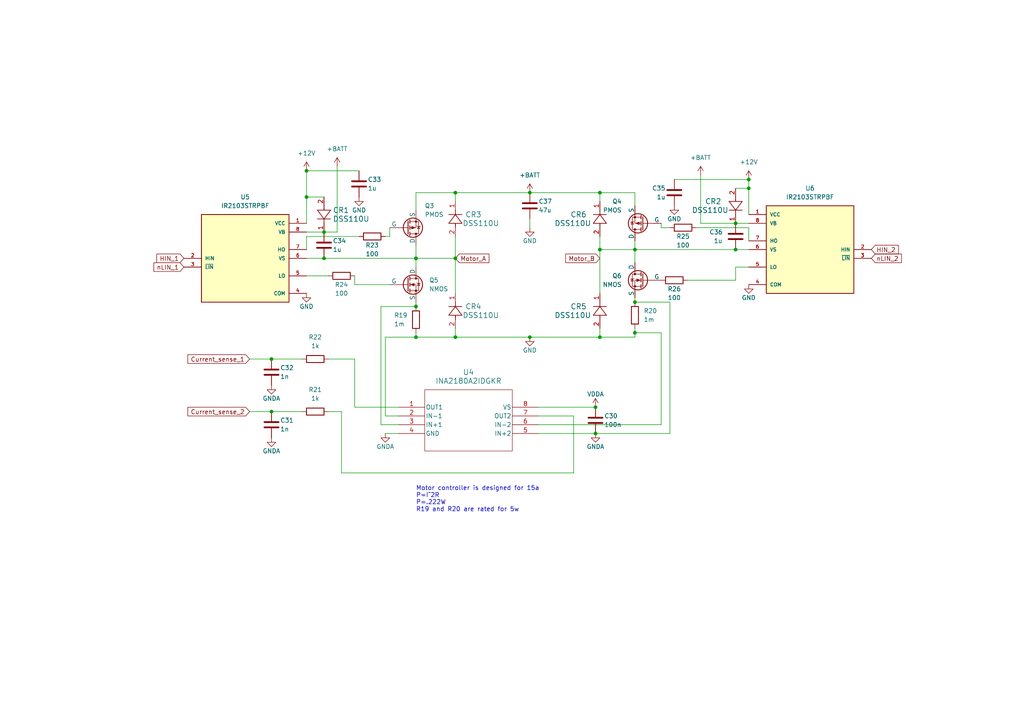
<source format=kicad_sch>
(kicad_sch (version 20230121) (generator eeschema)

  (uuid ed149280-c94b-4954-9df6-47e25b8af908)

  (paper "A4")

  (lib_symbols
    (symbol "Device:C" (pin_numbers hide) (pin_names (offset 0.254)) (in_bom yes) (on_board yes)
      (property "Reference" "C" (at 0.635 2.54 0)
        (effects (font (size 1.27 1.27)) (justify left))
      )
      (property "Value" "C" (at 0.635 -2.54 0)
        (effects (font (size 1.27 1.27)) (justify left))
      )
      (property "Footprint" "" (at 0.9652 -3.81 0)
        (effects (font (size 1.27 1.27)) hide)
      )
      (property "Datasheet" "~" (at 0 0 0)
        (effects (font (size 1.27 1.27)) hide)
      )
      (property "ki_keywords" "cap capacitor" (at 0 0 0)
        (effects (font (size 1.27 1.27)) hide)
      )
      (property "ki_description" "Unpolarized capacitor" (at 0 0 0)
        (effects (font (size 1.27 1.27)) hide)
      )
      (property "ki_fp_filters" "C_*" (at 0 0 0)
        (effects (font (size 1.27 1.27)) hide)
      )
      (symbol "C_0_1"
        (polyline
          (pts
            (xy -2.032 -0.762)
            (xy 2.032 -0.762)
          )
          (stroke (width 0.508) (type default))
          (fill (type none))
        )
        (polyline
          (pts
            (xy -2.032 0.762)
            (xy 2.032 0.762)
          )
          (stroke (width 0.508) (type default))
          (fill (type none))
        )
      )
      (symbol "C_1_1"
        (pin passive line (at 0 3.81 270) (length 2.794)
          (name "~" (effects (font (size 1.27 1.27))))
          (number "1" (effects (font (size 1.27 1.27))))
        )
        (pin passive line (at 0 -3.81 90) (length 2.794)
          (name "~" (effects (font (size 1.27 1.27))))
          (number "2" (effects (font (size 1.27 1.27))))
        )
      )
    )
    (symbol "Device:R" (pin_numbers hide) (pin_names (offset 0)) (in_bom yes) (on_board yes)
      (property "Reference" "R" (at 2.032 0 90)
        (effects (font (size 1.27 1.27)))
      )
      (property "Value" "R" (at 0 0 90)
        (effects (font (size 1.27 1.27)))
      )
      (property "Footprint" "" (at -1.778 0 90)
        (effects (font (size 1.27 1.27)) hide)
      )
      (property "Datasheet" "~" (at 0 0 0)
        (effects (font (size 1.27 1.27)) hide)
      )
      (property "ki_keywords" "R res resistor" (at 0 0 0)
        (effects (font (size 1.27 1.27)) hide)
      )
      (property "ki_description" "Resistor" (at 0 0 0)
        (effects (font (size 1.27 1.27)) hide)
      )
      (property "ki_fp_filters" "R_*" (at 0 0 0)
        (effects (font (size 1.27 1.27)) hide)
      )
      (symbol "R_0_1"
        (rectangle (start -1.016 -2.54) (end 1.016 2.54)
          (stroke (width 0.254) (type default))
          (fill (type none))
        )
      )
      (symbol "R_1_1"
        (pin passive line (at 0 3.81 270) (length 1.27)
          (name "~" (effects (font (size 1.27 1.27))))
          (number "1" (effects (font (size 1.27 1.27))))
        )
        (pin passive line (at 0 -3.81 90) (length 1.27)
          (name "~" (effects (font (size 1.27 1.27))))
          (number "2" (effects (font (size 1.27 1.27))))
        )
      )
    )
    (symbol "Half_Bridge_driver:IR2103STRPBF" (pin_names (offset 1.016)) (in_bom yes) (on_board yes)
      (property "Reference" "U" (at -12.7 13.97 0)
        (effects (font (size 1.27 1.27)) (justify left bottom))
      )
      (property "Value" "IR2103STRPBF" (at -12.7 -16.51 0)
        (effects (font (size 1.27 1.27)) (justify left bottom))
      )
      (property "Footprint" "IR2103STRPBF:SOIC127P600X175-8N" (at 0 0 0)
        (effects (font (size 1.27 1.27)) (justify bottom) hide)
      )
      (property "Datasheet" "" (at 0 0 0)
        (effects (font (size 1.27 1.27)) hide)
      )
      (property "PARTREV" "April 18, 2013" (at 0 0 0)
        (effects (font (size 1.27 1.27)) (justify bottom) hide)
      )
      (property "STANDARD" "IPC-7351B" (at 0 0 0)
        (effects (font (size 1.27 1.27)) (justify bottom) hide)
      )
      (property "MAXIMUM_PACKAGE_HEIGHT" "1.75mm" (at 0 0 0)
        (effects (font (size 1.27 1.27)) (justify bottom) hide)
      )
      (property "MANUFACTURER" "Infineon" (at 0 0 0)
        (effects (font (size 1.27 1.27)) (justify bottom) hide)
      )
      (symbol "IR2103STRPBF_0_0"
        (rectangle (start -12.7 -12.7) (end 12.7 12.7)
          (stroke (width 0.254) (type default))
          (fill (type background))
        )
        (pin power_in line (at 17.78 10.16 180) (length 5.08)
          (name "VCC" (effects (font (size 1.016 1.016))))
          (number "1" (effects (font (size 1.016 1.016))))
        )
        (pin input line (at -17.78 0 0) (length 5.08)
          (name "HIN" (effects (font (size 1.016 1.016))))
          (number "2" (effects (font (size 1.016 1.016))))
        )
        (pin input line (at -17.78 -2.54 0) (length 5.08)
          (name "~{LIN}" (effects (font (size 1.016 1.016))))
          (number "3" (effects (font (size 1.016 1.016))))
        )
        (pin power_in line (at 17.78 -10.16 180) (length 5.08)
          (name "COM" (effects (font (size 1.016 1.016))))
          (number "4" (effects (font (size 1.016 1.016))))
        )
        (pin output line (at 17.78 -5.08 180) (length 5.08)
          (name "LO" (effects (font (size 1.016 1.016))))
          (number "5" (effects (font (size 1.016 1.016))))
        )
        (pin output line (at 17.78 0 180) (length 5.08)
          (name "VS" (effects (font (size 1.016 1.016))))
          (number "6" (effects (font (size 1.016 1.016))))
        )
        (pin output line (at 17.78 2.54 180) (length 5.08)
          (name "HO" (effects (font (size 1.016 1.016))))
          (number "7" (effects (font (size 1.016 1.016))))
        )
        (pin power_in line (at 17.78 7.62 180) (length 5.08)
          (name "VB" (effects (font (size 1.016 1.016))))
          (number "8" (effects (font (size 1.016 1.016))))
        )
      )
    )
    (symbol "My_diodes:DSS110U" (pin_names (offset 0.254)) (in_bom yes) (on_board yes)
      (property "Reference" "CR" (at 5.08 4.445 0)
        (effects (font (size 1.524 1.524)))
      )
      (property "Value" "DSS110U" (at 5.08 -3.81 0)
        (effects (font (size 1.524 1.524)))
      )
      (property "Footprint" "CR_SOD-123FL_SME" (at 0 0 0)
        (effects (font (size 1.27 1.27) italic) hide)
      )
      (property "Datasheet" "DSS110U" (at 0 0 0)
        (effects (font (size 1.27 1.27) italic) hide)
      )
      (property "ki_locked" "" (at 0 0 0)
        (effects (font (size 1.27 1.27)))
      )
      (property "ki_keywords" "DSS110U" (at 0 0 0)
        (effects (font (size 1.27 1.27)) hide)
      )
      (property "ki_fp_filters" "CR_SOD-123FL_SME CR_SOD-123FL_SME-M CR_SOD-123FL_SME-L" (at 0 0 0)
        (effects (font (size 1.27 1.27)) hide)
      )
      (symbol "DSS110U_1_1"
        (polyline
          (pts
            (xy 2.54 0)
            (xy 3.4798 0)
          )
          (stroke (width 0.2032) (type default))
          (fill (type none))
        )
        (polyline
          (pts
            (xy 3.175 0)
            (xy 3.81 0)
          )
          (stroke (width 0.2032) (type default))
          (fill (type none))
        )
        (polyline
          (pts
            (xy 3.81 -1.905)
            (xy 6.35 0)
          )
          (stroke (width 0.2032) (type default))
          (fill (type none))
        )
        (polyline
          (pts
            (xy 3.81 1.905)
            (xy 3.81 -1.905)
          )
          (stroke (width 0.2032) (type default))
          (fill (type none))
        )
        (polyline
          (pts
            (xy 6.35 -1.905)
            (xy 6.35 1.905)
          )
          (stroke (width 0.2032) (type default))
          (fill (type none))
        )
        (polyline
          (pts
            (xy 6.35 0)
            (xy 3.81 1.905)
          )
          (stroke (width 0.2032) (type default))
          (fill (type none))
        )
        (polyline
          (pts
            (xy 6.35 0)
            (xy 7.62 0)
          )
          (stroke (width 0.2032) (type default))
          (fill (type none))
        )
        (pin unspecified line (at 10.16 0 180) (length 2.54)
          (name "" (effects (font (size 1.27 1.27))))
          (number "1" (effects (font (size 1.27 1.27))))
        )
        (pin unspecified line (at 0 0 0) (length 2.54)
          (name "" (effects (font (size 1.27 1.27))))
          (number "2" (effects (font (size 1.27 1.27))))
        )
      )
      (symbol "DSS110U_1_2"
        (polyline
          (pts
            (xy -1.905 3.81)
            (xy 1.905 3.81)
          )
          (stroke (width 0.2032) (type default))
          (fill (type none))
        )
        (polyline
          (pts
            (xy 0 2.54)
            (xy 0 3.4798)
          )
          (stroke (width 0.2032) (type default))
          (fill (type none))
        )
        (polyline
          (pts
            (xy 0 3.175)
            (xy 0 3.81)
          )
          (stroke (width 0.2032) (type default))
          (fill (type none))
        )
        (polyline
          (pts
            (xy 0 6.35)
            (xy -1.905 3.81)
          )
          (stroke (width 0.2032) (type default))
          (fill (type none))
        )
        (polyline
          (pts
            (xy 0 6.35)
            (xy 0 7.62)
          )
          (stroke (width 0.2032) (type default))
          (fill (type none))
        )
        (polyline
          (pts
            (xy 1.905 3.81)
            (xy 0 6.35)
          )
          (stroke (width 0.2032) (type default))
          (fill (type none))
        )
        (polyline
          (pts
            (xy 1.905 6.35)
            (xy -1.905 6.35)
          )
          (stroke (width 0.2032) (type default))
          (fill (type none))
        )
        (pin unspecified line (at 0 10.16 270) (length 2.54)
          (name "" (effects (font (size 1.27 1.27))))
          (number "1" (effects (font (size 1.27 1.27))))
        )
        (pin unspecified line (at 0 0 90) (length 2.54)
          (name "" (effects (font (size 1.27 1.27))))
          (number "2" (effects (font (size 1.27 1.27))))
        )
      )
    )
    (symbol "Simulation_SPICE:NMOS" (pin_numbers hide) (pin_names (offset 0)) (in_bom yes) (on_board yes)
      (property "Reference" "Q" (at 5.08 1.27 0)
        (effects (font (size 1.27 1.27)) (justify left))
      )
      (property "Value" "NMOS" (at 5.08 -1.27 0)
        (effects (font (size 1.27 1.27)) (justify left))
      )
      (property "Footprint" "" (at 5.08 2.54 0)
        (effects (font (size 1.27 1.27)) hide)
      )
      (property "Datasheet" "https://ngspice.sourceforge.io/docs/ngspice-manual.pdf" (at 0 -12.7 0)
        (effects (font (size 1.27 1.27)) hide)
      )
      (property "Sim.Device" "NMOS" (at 0 -17.145 0)
        (effects (font (size 1.27 1.27)) hide)
      )
      (property "Sim.Type" "VDMOS" (at 0 -19.05 0)
        (effects (font (size 1.27 1.27)) hide)
      )
      (property "Sim.Pins" "1=D 2=G 3=S" (at 0 -15.24 0)
        (effects (font (size 1.27 1.27)) hide)
      )
      (property "ki_keywords" "transistor NMOS N-MOS N-MOSFET simulation" (at 0 0 0)
        (effects (font (size 1.27 1.27)) hide)
      )
      (property "ki_description" "N-MOSFET transistor, drain/source/gate" (at 0 0 0)
        (effects (font (size 1.27 1.27)) hide)
      )
      (symbol "NMOS_0_1"
        (polyline
          (pts
            (xy 0.254 0)
            (xy -2.54 0)
          )
          (stroke (width 0) (type default))
          (fill (type none))
        )
        (polyline
          (pts
            (xy 0.254 1.905)
            (xy 0.254 -1.905)
          )
          (stroke (width 0.254) (type default))
          (fill (type none))
        )
        (polyline
          (pts
            (xy 0.762 -1.27)
            (xy 0.762 -2.286)
          )
          (stroke (width 0.254) (type default))
          (fill (type none))
        )
        (polyline
          (pts
            (xy 0.762 0.508)
            (xy 0.762 -0.508)
          )
          (stroke (width 0.254) (type default))
          (fill (type none))
        )
        (polyline
          (pts
            (xy 0.762 2.286)
            (xy 0.762 1.27)
          )
          (stroke (width 0.254) (type default))
          (fill (type none))
        )
        (polyline
          (pts
            (xy 2.54 2.54)
            (xy 2.54 1.778)
          )
          (stroke (width 0) (type default))
          (fill (type none))
        )
        (polyline
          (pts
            (xy 2.54 -2.54)
            (xy 2.54 0)
            (xy 0.762 0)
          )
          (stroke (width 0) (type default))
          (fill (type none))
        )
        (polyline
          (pts
            (xy 0.762 -1.778)
            (xy 3.302 -1.778)
            (xy 3.302 1.778)
            (xy 0.762 1.778)
          )
          (stroke (width 0) (type default))
          (fill (type none))
        )
        (polyline
          (pts
            (xy 1.016 0)
            (xy 2.032 0.381)
            (xy 2.032 -0.381)
            (xy 1.016 0)
          )
          (stroke (width 0) (type default))
          (fill (type outline))
        )
        (polyline
          (pts
            (xy 2.794 0.508)
            (xy 2.921 0.381)
            (xy 3.683 0.381)
            (xy 3.81 0.254)
          )
          (stroke (width 0) (type default))
          (fill (type none))
        )
        (polyline
          (pts
            (xy 3.302 0.381)
            (xy 2.921 -0.254)
            (xy 3.683 -0.254)
            (xy 3.302 0.381)
          )
          (stroke (width 0) (type default))
          (fill (type none))
        )
        (circle (center 1.651 0) (radius 2.794)
          (stroke (width 0.254) (type default))
          (fill (type none))
        )
        (circle (center 2.54 -1.778) (radius 0.254)
          (stroke (width 0) (type default))
          (fill (type outline))
        )
        (circle (center 2.54 1.778) (radius 0.254)
          (stroke (width 0) (type default))
          (fill (type outline))
        )
      )
      (symbol "NMOS_1_1"
        (pin passive line (at 2.54 5.08 270) (length 2.54)
          (name "D" (effects (font (size 1.27 1.27))))
          (number "1" (effects (font (size 1.27 1.27))))
        )
        (pin input line (at -5.08 0 0) (length 2.54)
          (name "G" (effects (font (size 1.27 1.27))))
          (number "2" (effects (font (size 1.27 1.27))))
        )
        (pin passive line (at 2.54 -5.08 90) (length 2.54)
          (name "S" (effects (font (size 1.27 1.27))))
          (number "3" (effects (font (size 1.27 1.27))))
        )
      )
    )
    (symbol "Simulation_SPICE:PMOS" (pin_numbers hide) (pin_names (offset 0)) (in_bom yes) (on_board yes)
      (property "Reference" "Q" (at 5.08 1.27 0)
        (effects (font (size 1.27 1.27)) (justify left))
      )
      (property "Value" "PMOS" (at 5.08 -1.27 0)
        (effects (font (size 1.27 1.27)) (justify left))
      )
      (property "Footprint" "" (at 5.08 2.54 0)
        (effects (font (size 1.27 1.27)) hide)
      )
      (property "Datasheet" "https://ngspice.sourceforge.io/docs/ngspice-manual.pdf" (at 0 -12.7 0)
        (effects (font (size 1.27 1.27)) hide)
      )
      (property "Sim.Device" "PMOS" (at 0 -17.145 0)
        (effects (font (size 1.27 1.27)) hide)
      )
      (property "Sim.Type" "VDMOS" (at 0 -19.05 0)
        (effects (font (size 1.27 1.27)) hide)
      )
      (property "Sim.Pins" "1=D 2=G 3=S" (at 0 -15.24 0)
        (effects (font (size 1.27 1.27)) hide)
      )
      (property "ki_keywords" "transistor PMOS P-MOS P-MOSFET simulation" (at 0 0 0)
        (effects (font (size 1.27 1.27)) hide)
      )
      (property "ki_description" "P-MOSFET transistor, drain/source/gate" (at 0 0 0)
        (effects (font (size 1.27 1.27)) hide)
      )
      (symbol "PMOS_0_1"
        (polyline
          (pts
            (xy 0.254 0)
            (xy -2.54 0)
          )
          (stroke (width 0) (type default))
          (fill (type none))
        )
        (polyline
          (pts
            (xy 0.254 1.905)
            (xy 0.254 -1.905)
          )
          (stroke (width 0.254) (type default))
          (fill (type none))
        )
        (polyline
          (pts
            (xy 0.762 -1.27)
            (xy 0.762 -2.286)
          )
          (stroke (width 0.254) (type default))
          (fill (type none))
        )
        (polyline
          (pts
            (xy 0.762 0.508)
            (xy 0.762 -0.508)
          )
          (stroke (width 0.254) (type default))
          (fill (type none))
        )
        (polyline
          (pts
            (xy 0.762 2.286)
            (xy 0.762 1.27)
          )
          (stroke (width 0.254) (type default))
          (fill (type none))
        )
        (polyline
          (pts
            (xy 2.54 2.54)
            (xy 2.54 1.778)
          )
          (stroke (width 0) (type default))
          (fill (type none))
        )
        (polyline
          (pts
            (xy 2.54 -2.54)
            (xy 2.54 0)
            (xy 0.762 0)
          )
          (stroke (width 0) (type default))
          (fill (type none))
        )
        (polyline
          (pts
            (xy 0.762 1.778)
            (xy 3.302 1.778)
            (xy 3.302 -1.778)
            (xy 0.762 -1.778)
          )
          (stroke (width 0) (type default))
          (fill (type none))
        )
        (polyline
          (pts
            (xy 2.286 0)
            (xy 1.27 0.381)
            (xy 1.27 -0.381)
            (xy 2.286 0)
          )
          (stroke (width 0) (type default))
          (fill (type outline))
        )
        (polyline
          (pts
            (xy 2.794 -0.508)
            (xy 2.921 -0.381)
            (xy 3.683 -0.381)
            (xy 3.81 -0.254)
          )
          (stroke (width 0) (type default))
          (fill (type none))
        )
        (polyline
          (pts
            (xy 3.302 -0.381)
            (xy 2.921 0.254)
            (xy 3.683 0.254)
            (xy 3.302 -0.381)
          )
          (stroke (width 0) (type default))
          (fill (type none))
        )
        (circle (center 1.651 0) (radius 2.794)
          (stroke (width 0.254) (type default))
          (fill (type none))
        )
        (circle (center 2.54 -1.778) (radius 0.254)
          (stroke (width 0) (type default))
          (fill (type outline))
        )
        (circle (center 2.54 1.778) (radius 0.254)
          (stroke (width 0) (type default))
          (fill (type outline))
        )
      )
      (symbol "PMOS_1_1"
        (pin passive line (at 2.54 5.08 270) (length 2.54)
          (name "D" (effects (font (size 1.27 1.27))))
          (number "1" (effects (font (size 1.27 1.27))))
        )
        (pin input line (at -5.08 0 0) (length 2.54)
          (name "G" (effects (font (size 1.27 1.27))))
          (number "2" (effects (font (size 1.27 1.27))))
        )
        (pin passive line (at 2.54 -5.08 90) (length 2.54)
          (name "S" (effects (font (size 1.27 1.27))))
          (number "3" (effects (font (size 1.27 1.27))))
        )
      )
    )
    (symbol "curr_sense_amp:INA2180A2IDGKR" (pin_names (offset 0.254)) (in_bom yes) (on_board yes)
      (property "Reference" "U" (at 20.32 10.16 0)
        (effects (font (size 1.524 1.524)))
      )
      (property "Value" "INA2180A2IDGKR" (at 20.32 7.62 0)
        (effects (font (size 1.524 1.524)))
      )
      (property "Footprint" "DGK8_TEX" (at 0 0 0)
        (effects (font (size 1.27 1.27) italic) hide)
      )
      (property "Datasheet" "INA2180A2IDGKR" (at 0 0 0)
        (effects (font (size 1.27 1.27) italic) hide)
      )
      (property "ki_locked" "" (at 0 0 0)
        (effects (font (size 1.27 1.27)))
      )
      (property "ki_keywords" "INA2180A2IDGKR" (at 0 0 0)
        (effects (font (size 1.27 1.27)) hide)
      )
      (property "ki_fp_filters" "DGK8_TEX DGK8_TEX-M DGK8_TEX-L" (at 0 0 0)
        (effects (font (size 1.27 1.27)) hide)
      )
      (symbol "INA2180A2IDGKR_0_1"
        (polyline
          (pts
            (xy 7.62 -12.7)
            (xy 33.02 -12.7)
          )
          (stroke (width 0.127) (type default))
          (fill (type none))
        )
        (polyline
          (pts
            (xy 7.62 5.08)
            (xy 7.62 -12.7)
          )
          (stroke (width 0.127) (type default))
          (fill (type none))
        )
        (polyline
          (pts
            (xy 33.02 -12.7)
            (xy 33.02 5.08)
          )
          (stroke (width 0.127) (type default))
          (fill (type none))
        )
        (polyline
          (pts
            (xy 33.02 5.08)
            (xy 7.62 5.08)
          )
          (stroke (width 0.127) (type default))
          (fill (type none))
        )
        (pin output line (at 0 0 0) (length 7.62)
          (name "OUT1" (effects (font (size 1.27 1.27))))
          (number "1" (effects (font (size 1.27 1.27))))
        )
        (pin input line (at 0 -2.54 0) (length 7.62)
          (name "IN-1" (effects (font (size 1.27 1.27))))
          (number "2" (effects (font (size 1.27 1.27))))
        )
        (pin input line (at 0 -5.08 0) (length 7.62)
          (name "IN+1" (effects (font (size 1.27 1.27))))
          (number "3" (effects (font (size 1.27 1.27))))
        )
        (pin power_in line (at 0 -7.62 0) (length 7.62)
          (name "GND" (effects (font (size 1.27 1.27))))
          (number "4" (effects (font (size 1.27 1.27))))
        )
        (pin input line (at 40.64 -7.62 180) (length 7.62)
          (name "IN+2" (effects (font (size 1.27 1.27))))
          (number "5" (effects (font (size 1.27 1.27))))
        )
        (pin input line (at 40.64 -5.08 180) (length 7.62)
          (name "IN-2" (effects (font (size 1.27 1.27))))
          (number "6" (effects (font (size 1.27 1.27))))
        )
        (pin output line (at 40.64 -2.54 180) (length 7.62)
          (name "OUT2" (effects (font (size 1.27 1.27))))
          (number "7" (effects (font (size 1.27 1.27))))
        )
        (pin power_in line (at 40.64 0 180) (length 7.62)
          (name "VS" (effects (font (size 1.27 1.27))))
          (number "8" (effects (font (size 1.27 1.27))))
        )
      )
    )
    (symbol "power:+12V" (power) (pin_names (offset 0)) (in_bom yes) (on_board yes)
      (property "Reference" "#PWR" (at 0 -3.81 0)
        (effects (font (size 1.27 1.27)) hide)
      )
      (property "Value" "+12V" (at 0 3.556 0)
        (effects (font (size 1.27 1.27)))
      )
      (property "Footprint" "" (at 0 0 0)
        (effects (font (size 1.27 1.27)) hide)
      )
      (property "Datasheet" "" (at 0 0 0)
        (effects (font (size 1.27 1.27)) hide)
      )
      (property "ki_keywords" "global power" (at 0 0 0)
        (effects (font (size 1.27 1.27)) hide)
      )
      (property "ki_description" "Power symbol creates a global label with name \"+12V\"" (at 0 0 0)
        (effects (font (size 1.27 1.27)) hide)
      )
      (symbol "+12V_0_1"
        (polyline
          (pts
            (xy -0.762 1.27)
            (xy 0 2.54)
          )
          (stroke (width 0) (type default))
          (fill (type none))
        )
        (polyline
          (pts
            (xy 0 0)
            (xy 0 2.54)
          )
          (stroke (width 0) (type default))
          (fill (type none))
        )
        (polyline
          (pts
            (xy 0 2.54)
            (xy 0.762 1.27)
          )
          (stroke (width 0) (type default))
          (fill (type none))
        )
      )
      (symbol "+12V_1_1"
        (pin power_in line (at 0 0 90) (length 0) hide
          (name "+12V" (effects (font (size 1.27 1.27))))
          (number "1" (effects (font (size 1.27 1.27))))
        )
      )
    )
    (symbol "power:+BATT" (power) (pin_names (offset 0)) (in_bom yes) (on_board yes)
      (property "Reference" "#PWR" (at 0 -3.81 0)
        (effects (font (size 1.27 1.27)) hide)
      )
      (property "Value" "+BATT" (at 0 3.556 0)
        (effects (font (size 1.27 1.27)))
      )
      (property "Footprint" "" (at 0 0 0)
        (effects (font (size 1.27 1.27)) hide)
      )
      (property "Datasheet" "" (at 0 0 0)
        (effects (font (size 1.27 1.27)) hide)
      )
      (property "ki_keywords" "global power battery" (at 0 0 0)
        (effects (font (size 1.27 1.27)) hide)
      )
      (property "ki_description" "Power symbol creates a global label with name \"+BATT\"" (at 0 0 0)
        (effects (font (size 1.27 1.27)) hide)
      )
      (symbol "+BATT_0_1"
        (polyline
          (pts
            (xy -0.762 1.27)
            (xy 0 2.54)
          )
          (stroke (width 0) (type default))
          (fill (type none))
        )
        (polyline
          (pts
            (xy 0 0)
            (xy 0 2.54)
          )
          (stroke (width 0) (type default))
          (fill (type none))
        )
        (polyline
          (pts
            (xy 0 2.54)
            (xy 0.762 1.27)
          )
          (stroke (width 0) (type default))
          (fill (type none))
        )
      )
      (symbol "+BATT_1_1"
        (pin power_in line (at 0 0 90) (length 0) hide
          (name "+BATT" (effects (font (size 1.27 1.27))))
          (number "1" (effects (font (size 1.27 1.27))))
        )
      )
    )
    (symbol "power:GND" (power) (pin_names (offset 0)) (in_bom yes) (on_board yes)
      (property "Reference" "#PWR" (at 0 -6.35 0)
        (effects (font (size 1.27 1.27)) hide)
      )
      (property "Value" "GND" (at 0 -3.81 0)
        (effects (font (size 1.27 1.27)))
      )
      (property "Footprint" "" (at 0 0 0)
        (effects (font (size 1.27 1.27)) hide)
      )
      (property "Datasheet" "" (at 0 0 0)
        (effects (font (size 1.27 1.27)) hide)
      )
      (property "ki_keywords" "global power" (at 0 0 0)
        (effects (font (size 1.27 1.27)) hide)
      )
      (property "ki_description" "Power symbol creates a global label with name \"GND\" , ground" (at 0 0 0)
        (effects (font (size 1.27 1.27)) hide)
      )
      (symbol "GND_0_1"
        (polyline
          (pts
            (xy 0 0)
            (xy 0 -1.27)
            (xy 1.27 -1.27)
            (xy 0 -2.54)
            (xy -1.27 -1.27)
            (xy 0 -1.27)
          )
          (stroke (width 0) (type default))
          (fill (type none))
        )
      )
      (symbol "GND_1_1"
        (pin power_in line (at 0 0 270) (length 0) hide
          (name "GND" (effects (font (size 1.27 1.27))))
          (number "1" (effects (font (size 1.27 1.27))))
        )
      )
    )
    (symbol "power:GNDA" (power) (pin_names (offset 0)) (in_bom yes) (on_board yes)
      (property "Reference" "#PWR" (at 0 -6.35 0)
        (effects (font (size 1.27 1.27)) hide)
      )
      (property "Value" "GNDA" (at 0 -3.81 0)
        (effects (font (size 1.27 1.27)))
      )
      (property "Footprint" "" (at 0 0 0)
        (effects (font (size 1.27 1.27)) hide)
      )
      (property "Datasheet" "" (at 0 0 0)
        (effects (font (size 1.27 1.27)) hide)
      )
      (property "ki_keywords" "global power" (at 0 0 0)
        (effects (font (size 1.27 1.27)) hide)
      )
      (property "ki_description" "Power symbol creates a global label with name \"GNDA\" , analog ground" (at 0 0 0)
        (effects (font (size 1.27 1.27)) hide)
      )
      (symbol "GNDA_0_1"
        (polyline
          (pts
            (xy 0 0)
            (xy 0 -1.27)
            (xy 1.27 -1.27)
            (xy 0 -2.54)
            (xy -1.27 -1.27)
            (xy 0 -1.27)
          )
          (stroke (width 0) (type default))
          (fill (type none))
        )
      )
      (symbol "GNDA_1_1"
        (pin power_in line (at 0 0 270) (length 0) hide
          (name "GNDA" (effects (font (size 1.27 1.27))))
          (number "1" (effects (font (size 1.27 1.27))))
        )
      )
    )
    (symbol "power:VDDA" (power) (pin_names (offset 0)) (in_bom yes) (on_board yes)
      (property "Reference" "#PWR" (at 0 -3.81 0)
        (effects (font (size 1.27 1.27)) hide)
      )
      (property "Value" "VDDA" (at 0 3.81 0)
        (effects (font (size 1.27 1.27)))
      )
      (property "Footprint" "" (at 0 0 0)
        (effects (font (size 1.27 1.27)) hide)
      )
      (property "Datasheet" "" (at 0 0 0)
        (effects (font (size 1.27 1.27)) hide)
      )
      (property "ki_keywords" "global power" (at 0 0 0)
        (effects (font (size 1.27 1.27)) hide)
      )
      (property "ki_description" "Power symbol creates a global label with name \"VDDA\"" (at 0 0 0)
        (effects (font (size 1.27 1.27)) hide)
      )
      (symbol "VDDA_0_1"
        (polyline
          (pts
            (xy -0.762 1.27)
            (xy 0 2.54)
          )
          (stroke (width 0) (type default))
          (fill (type none))
        )
        (polyline
          (pts
            (xy 0 0)
            (xy 0 2.54)
          )
          (stroke (width 0) (type default))
          (fill (type none))
        )
        (polyline
          (pts
            (xy 0 2.54)
            (xy 0.762 1.27)
          )
          (stroke (width 0) (type default))
          (fill (type none))
        )
      )
      (symbol "VDDA_1_1"
        (pin power_in line (at 0 0 90) (length 0) hide
          (name "VDDA" (effects (font (size 1.27 1.27))))
          (number "1" (effects (font (size 1.27 1.27))))
        )
      )
    )
  )

  (junction (at 213.36 72.39) (diameter 0) (color 0 0 0 0)
    (uuid 08cc1e79-2354-4c9e-b69c-62e25eab0d61)
  )
  (junction (at 153.67 97.79) (diameter 0) (color 0 0 0 0)
    (uuid 10776990-179f-43be-b095-10f737a01587)
  )
  (junction (at 153.67 55.88) (diameter 0) (color 0 0 0 0)
    (uuid 109dbca6-cf64-44ec-baac-5fd1a5751b09)
  )
  (junction (at 93.98 74.93) (diameter 0) (color 0 0 0 0)
    (uuid 12d09a2b-d6c3-46d3-af14-60bab4a14c85)
  )
  (junction (at 217.17 54.61) (diameter 0) (color 0 0 0 0)
    (uuid 16f173a3-c08c-49d3-a47c-b161972afd72)
  )
  (junction (at 93.98 67.31) (diameter 0) (color 0 0 0 0)
    (uuid 1d41263b-f6f7-4012-868a-41a7298fb60a)
  )
  (junction (at 172.72 125.73) (diameter 0) (color 0 0 0 0)
    (uuid 27100765-8177-48ec-9fb5-35cff10a9540)
  )
  (junction (at 78.74 104.14) (diameter 0) (color 0 0 0 0)
    (uuid 396be120-1462-4a16-be6d-02574165548a)
  )
  (junction (at 173.99 97.79) (diameter 0) (color 0 0 0 0)
    (uuid 45706ba1-5ac2-4771-a79e-7e274340be72)
  )
  (junction (at 184.15 72.39) (diameter 0) (color 0 0 0 0)
    (uuid 4dcaac28-6c0e-4b27-b8c7-49d3c57174c5)
  )
  (junction (at 78.74 119.38) (diameter 0) (color 0 0 0 0)
    (uuid 520ed607-324e-4b79-8df0-c949cc6cabe5)
  )
  (junction (at 184.15 96.52) (diameter 0) (color 0 0 0 0)
    (uuid 58c86fb0-f2de-470f-b986-950ff1b839a8)
  )
  (junction (at 132.08 74.93) (diameter 0) (color 0 0 0 0)
    (uuid 5fd7b9f8-0849-4a8a-9e6f-a1bee770006a)
  )
  (junction (at 120.65 74.93) (diameter 0) (color 0 0 0 0)
    (uuid 8a816965-ff6f-48bf-a0ab-9c6a00cf8498)
  )
  (junction (at 120.65 88.9) (diameter 0) (color 0 0 0 0)
    (uuid 905de22e-1dd5-40ef-bc24-74f89534178b)
  )
  (junction (at 213.36 64.77) (diameter 0) (color 0 0 0 0)
    (uuid 92006ed7-b3b5-429a-941c-0d941a3b8d45)
  )
  (junction (at 173.99 72.39) (diameter 0) (color 0 0 0 0)
    (uuid 966033f6-4e24-490d-9d37-d5397045426c)
  )
  (junction (at 172.72 118.11) (diameter 0) (color 0 0 0 0)
    (uuid 9e6a1df8-89a0-45ef-8d00-769389217a5e)
  )
  (junction (at 120.65 97.79) (diameter 0) (color 0 0 0 0)
    (uuid bba885af-0cc0-4a34-b2cf-a555c6f6874c)
  )
  (junction (at 184.15 87.63) (diameter 0) (color 0 0 0 0)
    (uuid c519ec6b-db7d-4fa3-83d8-ce07c13289e0)
  )
  (junction (at 88.9 49.53) (diameter 0) (color 0 0 0 0)
    (uuid c5d74f93-7b75-45f7-8990-6102821d9513)
  )
  (junction (at 173.99 55.88) (diameter 0) (color 0 0 0 0)
    (uuid d55dfd91-162c-41b9-9a67-8694c18780fa)
  )
  (junction (at 132.08 55.88) (diameter 0) (color 0 0 0 0)
    (uuid da48ef80-c233-4701-a23f-58fd465bcb2e)
  )
  (junction (at 88.9 57.15) (diameter 0) (color 0 0 0 0)
    (uuid db566519-6765-4106-828a-cf862b6755ec)
  )
  (junction (at 217.17 52.07) (diameter 0) (color 0 0 0 0)
    (uuid df14ef10-0d90-4e12-99df-d6185d450ffe)
  )
  (junction (at 132.08 97.79) (diameter 0) (color 0 0 0 0)
    (uuid ff85562c-c668-4cbe-a5bc-8857bf527ff9)
  )

  (wire (pts (xy 173.99 72.39) (xy 184.15 72.39))
    (stroke (width 0) (type default))
    (uuid 00301134-ccd0-4335-ac01-dadf788ce5ce)
  )
  (wire (pts (xy 203.2 50.8) (xy 203.2 64.77))
    (stroke (width 0) (type default))
    (uuid 006b5fc1-d112-46f5-ad26-d17e36dd6f68)
  )
  (wire (pts (xy 115.57 123.19) (xy 110.49 123.19))
    (stroke (width 0) (type default))
    (uuid 0640563c-47d5-49ac-b6ce-4f9b44f7629e)
  )
  (wire (pts (xy 217.17 69.85) (xy 217.17 66.04))
    (stroke (width 0) (type default))
    (uuid 0ab3a133-ea8f-4874-ae10-a01a94ea97f1)
  )
  (wire (pts (xy 213.36 77.47) (xy 217.17 77.47))
    (stroke (width 0) (type default))
    (uuid 0e2993c4-356f-49c8-b36e-1e7097497956)
  )
  (wire (pts (xy 102.87 118.11) (xy 115.57 118.11))
    (stroke (width 0) (type default))
    (uuid 123c4f7e-abcc-451b-b393-ca63db21825d)
  )
  (wire (pts (xy 88.9 57.15) (xy 88.9 64.77))
    (stroke (width 0) (type default))
    (uuid 12828356-8fdb-43d0-801a-bc014f060947)
  )
  (wire (pts (xy 173.99 95.25) (xy 173.99 97.79))
    (stroke (width 0) (type default))
    (uuid 14f7097d-4b83-478a-ab94-a037808a61d1)
  )
  (wire (pts (xy 88.9 49.53) (xy 104.14 49.53))
    (stroke (width 0) (type default))
    (uuid 18e65c67-04dc-49d8-a107-f2255c68b3d6)
  )
  (wire (pts (xy 111.76 68.58) (xy 113.03 68.58))
    (stroke (width 0) (type default))
    (uuid 1996d7ea-2140-44f4-834a-a3a3509fe269)
  )
  (wire (pts (xy 184.15 59.69) (xy 184.15 55.88))
    (stroke (width 0) (type default))
    (uuid 1b30bd88-de61-4b01-9e9d-d51bb7eae128)
  )
  (wire (pts (xy 132.08 95.25) (xy 132.08 97.79))
    (stroke (width 0) (type default))
    (uuid 1e0ebd70-7b6a-454c-ac4c-cd399e8449d3)
  )
  (wire (pts (xy 173.99 55.88) (xy 184.15 55.88))
    (stroke (width 0) (type default))
    (uuid 1edae08f-b0bc-492d-899a-8ef61f21c6a9)
  )
  (wire (pts (xy 203.2 64.77) (xy 213.36 64.77))
    (stroke (width 0) (type default))
    (uuid 20d0f1ff-3228-47ae-bef6-dfb398e4c5d0)
  )
  (wire (pts (xy 132.08 55.88) (xy 120.65 55.88))
    (stroke (width 0) (type default))
    (uuid 236db406-3da4-4d59-bd94-333917388f33)
  )
  (wire (pts (xy 120.65 74.93) (xy 132.08 74.93))
    (stroke (width 0) (type default))
    (uuid 23eb7e22-5561-4410-9e37-040977a3f3a2)
  )
  (wire (pts (xy 156.21 123.19) (xy 191.77 123.19))
    (stroke (width 0) (type default))
    (uuid 29251ea2-d7e0-4ff7-8843-58f9c7566ba1)
  )
  (wire (pts (xy 184.15 95.25) (xy 184.15 96.52))
    (stroke (width 0) (type default))
    (uuid 29b08f01-9d05-4739-9372-8c784b0ea0d0)
  )
  (wire (pts (xy 156.21 120.65) (xy 166.37 120.65))
    (stroke (width 0) (type default))
    (uuid 2ca0dde9-acf9-4b9a-9637-9d9f1ca5a292)
  )
  (wire (pts (xy 153.67 97.79) (xy 173.99 97.79))
    (stroke (width 0) (type default))
    (uuid 2fca96ea-fe23-4aa1-a692-2166b1581bba)
  )
  (wire (pts (xy 217.17 52.07) (xy 195.58 52.07))
    (stroke (width 0) (type default))
    (uuid 30aab235-ab9e-490a-a474-753870d9d32b)
  )
  (wire (pts (xy 88.9 74.93) (xy 93.98 74.93))
    (stroke (width 0) (type default))
    (uuid 31aab8b3-5a95-4c7b-81f8-48d7afd5d769)
  )
  (wire (pts (xy 184.15 97.79) (xy 173.99 97.79))
    (stroke (width 0) (type default))
    (uuid 343650da-54bd-4f42-897d-a751282bc4a7)
  )
  (wire (pts (xy 156.21 118.11) (xy 172.72 118.11))
    (stroke (width 0) (type default))
    (uuid 3f1c1b2e-a74d-40e1-87a9-51e14a2add65)
  )
  (wire (pts (xy 217.17 52.07) (xy 217.17 54.61))
    (stroke (width 0) (type default))
    (uuid 408df2cd-c4e8-4d27-b78e-b139056ab6e2)
  )
  (wire (pts (xy 132.08 74.93) (xy 132.08 85.09))
    (stroke (width 0) (type default))
    (uuid 415ceb4f-8daa-4382-9fca-36c9538f5502)
  )
  (wire (pts (xy 113.03 68.58) (xy 113.03 66.04))
    (stroke (width 0) (type default))
    (uuid 44fc5d72-5ba0-4087-a1ef-8140eb423443)
  )
  (wire (pts (xy 166.37 137.16) (xy 99.06 137.16))
    (stroke (width 0) (type default))
    (uuid 45a5da6d-fd5a-4fe7-9c77-7f940bad3274)
  )
  (wire (pts (xy 184.15 96.52) (xy 184.15 97.79))
    (stroke (width 0) (type default))
    (uuid 47118ad1-32bb-48c9-bbfd-144b8fd4f79e)
  )
  (wire (pts (xy 191.77 66.04) (xy 194.31 66.04))
    (stroke (width 0) (type default))
    (uuid 4815ac2e-44c7-457e-b990-6fc71d645a1e)
  )
  (wire (pts (xy 120.65 87.63) (xy 120.65 88.9))
    (stroke (width 0) (type default))
    (uuid 48949301-172b-4e50-9bfd-16d06a65d18f)
  )
  (wire (pts (xy 153.67 55.88) (xy 173.99 55.88))
    (stroke (width 0) (type default))
    (uuid 4993b523-9fa8-4e3f-a5ba-95b33254b37c)
  )
  (wire (pts (xy 184.15 69.85) (xy 184.15 72.39))
    (stroke (width 0) (type default))
    (uuid 4a47dab8-f7cd-4916-b9eb-f1f553ad4539)
  )
  (wire (pts (xy 166.37 120.65) (xy 166.37 137.16))
    (stroke (width 0) (type default))
    (uuid 4b57c3a3-2f76-48a1-8575-b874f708da48)
  )
  (wire (pts (xy 184.15 72.39) (xy 213.36 72.39))
    (stroke (width 0) (type default))
    (uuid 4bf96a83-ece5-40b1-940b-9cfeca842065)
  )
  (wire (pts (xy 111.76 120.65) (xy 111.76 97.79))
    (stroke (width 0) (type default))
    (uuid 55b93044-5bf5-44b2-955e-f24aaf7c5b6c)
  )
  (wire (pts (xy 191.77 96.52) (xy 184.15 96.52))
    (stroke (width 0) (type default))
    (uuid 567ade60-08d7-440b-b42c-8cf56f8a2334)
  )
  (wire (pts (xy 99.06 137.16) (xy 99.06 119.38))
    (stroke (width 0) (type default))
    (uuid 5ad49fdf-f48e-4929-b2b8-b725c4399e95)
  )
  (wire (pts (xy 88.9 57.15) (xy 93.98 57.15))
    (stroke (width 0) (type default))
    (uuid 5c3659aa-5194-40fa-ba6f-3b03f51c3e06)
  )
  (wire (pts (xy 78.74 104.14) (xy 87.63 104.14))
    (stroke (width 0) (type default))
    (uuid 5e2c1c1f-f32f-4c17-ad17-3366c7e78829)
  )
  (wire (pts (xy 120.65 74.93) (xy 120.65 77.47))
    (stroke (width 0) (type default))
    (uuid 5ee4cf7a-43e8-4e91-aee7-40db53f6d896)
  )
  (wire (pts (xy 115.57 120.65) (xy 111.76 120.65))
    (stroke (width 0) (type default))
    (uuid 62b8cbd0-c554-4422-8025-9c0e1fcb1b39)
  )
  (wire (pts (xy 173.99 68.58) (xy 173.99 72.39))
    (stroke (width 0) (type default))
    (uuid 635fa4e2-323f-4e0b-88db-af9a9bfc733d)
  )
  (wire (pts (xy 111.76 97.79) (xy 120.65 97.79))
    (stroke (width 0) (type default))
    (uuid 6415a511-0ad3-498a-ae3c-999905f51c6f)
  )
  (wire (pts (xy 97.79 48.26) (xy 97.79 67.31))
    (stroke (width 0) (type default))
    (uuid 648689f8-5ad8-44f7-9175-ddea8c781783)
  )
  (wire (pts (xy 132.08 55.88) (xy 132.08 58.42))
    (stroke (width 0) (type default))
    (uuid 68c993e3-9ca2-40c8-9d43-1073a7058a51)
  )
  (wire (pts (xy 120.65 97.79) (xy 132.08 97.79))
    (stroke (width 0) (type default))
    (uuid 6cfd68c3-70ed-4b66-9520-bd3d9c26d7f5)
  )
  (wire (pts (xy 110.49 88.9) (xy 120.65 88.9))
    (stroke (width 0) (type default))
    (uuid 71ad6cf1-6734-4947-945b-40f46f266aef)
  )
  (wire (pts (xy 72.39 119.38) (xy 78.74 119.38))
    (stroke (width 0) (type default))
    (uuid 7645c172-ec76-4a7c-81eb-85f2e00bf95e)
  )
  (wire (pts (xy 97.79 67.31) (xy 93.98 67.31))
    (stroke (width 0) (type default))
    (uuid 78d78065-9082-42cb-8144-d6804c0b4f5f)
  )
  (wire (pts (xy 156.21 125.73) (xy 172.72 125.73))
    (stroke (width 0) (type default))
    (uuid 7a3d7523-3da6-46e8-b7a9-726ac63629a7)
  )
  (wire (pts (xy 173.99 72.39) (xy 173.99 85.09))
    (stroke (width 0) (type default))
    (uuid 7ddd7bfe-de85-48a7-bb3c-6932bc241ef6)
  )
  (wire (pts (xy 172.72 125.73) (xy 194.31 125.73))
    (stroke (width 0) (type default))
    (uuid 7dfd880f-fb62-409f-ac02-61d2bb4bac78)
  )
  (wire (pts (xy 88.9 68.58) (xy 104.14 68.58))
    (stroke (width 0) (type default))
    (uuid 7f283b2d-68d2-4774-852d-9c0d07f56c0b)
  )
  (wire (pts (xy 110.49 123.19) (xy 110.49 88.9))
    (stroke (width 0) (type default))
    (uuid 7fe2cef1-058c-4010-8639-82afe5aed8f4)
  )
  (wire (pts (xy 120.65 96.52) (xy 120.65 97.79))
    (stroke (width 0) (type default))
    (uuid 828931af-1868-444d-8384-bb66f4340ccb)
  )
  (wire (pts (xy 194.31 125.73) (xy 194.31 87.63))
    (stroke (width 0) (type default))
    (uuid 84dd2e99-2739-4db2-9a07-602496923231)
  )
  (wire (pts (xy 132.08 97.79) (xy 153.67 97.79))
    (stroke (width 0) (type default))
    (uuid 860e3144-e84e-4ead-bba7-bda22f7ca348)
  )
  (wire (pts (xy 153.67 66.04) (xy 153.67 63.5))
    (stroke (width 0) (type default))
    (uuid 8cd890a2-3cee-4894-a6ec-e741296ab3aa)
  )
  (wire (pts (xy 120.65 71.12) (xy 120.65 74.93))
    (stroke (width 0) (type default))
    (uuid 8d0897ec-5e0a-463f-a444-a9677dd07f39)
  )
  (wire (pts (xy 153.67 55.88) (xy 132.08 55.88))
    (stroke (width 0) (type default))
    (uuid 91fe7533-71ee-4f18-9049-fc7b617c0cc4)
  )
  (wire (pts (xy 184.15 86.36) (xy 184.15 87.63))
    (stroke (width 0) (type default))
    (uuid 96e5e874-69df-4918-88a7-c48573671d3f)
  )
  (wire (pts (xy 72.39 104.14) (xy 78.74 104.14))
    (stroke (width 0) (type default))
    (uuid 9dd28fe9-6e46-4a76-8cf0-fb231d987680)
  )
  (wire (pts (xy 78.74 119.38) (xy 87.63 119.38))
    (stroke (width 0) (type default))
    (uuid 9e08b04a-aeaa-4820-9132-f61c9a462904)
  )
  (wire (pts (xy 173.99 55.88) (xy 173.99 58.42))
    (stroke (width 0) (type default))
    (uuid aa90872f-30bc-4e5f-849d-83f41ca85c90)
  )
  (wire (pts (xy 217.17 54.61) (xy 217.17 62.23))
    (stroke (width 0) (type default))
    (uuid ab5c6333-e7fd-4ab3-a3a4-b9fb0b27d05c)
  )
  (wire (pts (xy 213.36 81.28) (xy 213.36 77.47))
    (stroke (width 0) (type default))
    (uuid ab91ab3c-a08d-4f9c-a458-162c97d20d55)
  )
  (wire (pts (xy 88.9 49.53) (xy 88.9 57.15))
    (stroke (width 0) (type default))
    (uuid b14804b1-f03f-4b0c-8c18-f2f61a8771b1)
  )
  (wire (pts (xy 191.77 64.77) (xy 191.77 66.04))
    (stroke (width 0) (type default))
    (uuid b2409dc8-0ce1-4b95-83f2-6220abc9ddc1)
  )
  (wire (pts (xy 95.25 104.14) (xy 102.87 104.14))
    (stroke (width 0) (type default))
    (uuid b4f6a865-9c78-43ba-80ad-2b392d68ea72)
  )
  (wire (pts (xy 111.76 125.73) (xy 115.57 125.73))
    (stroke (width 0) (type default))
    (uuid b52c7216-610c-4ddc-adb2-0f79409c77d8)
  )
  (wire (pts (xy 132.08 68.58) (xy 132.08 74.93))
    (stroke (width 0) (type default))
    (uuid b6ba96a3-5d41-402e-b888-9e46219d23b2)
  )
  (wire (pts (xy 213.36 54.61) (xy 217.17 54.61))
    (stroke (width 0) (type default))
    (uuid bd7706fa-cc17-4060-8faf-4ba11f056fd9)
  )
  (wire (pts (xy 199.39 81.28) (xy 213.36 81.28))
    (stroke (width 0) (type default))
    (uuid bdd978bc-07b1-43c4-9199-f0ec815bd9e3)
  )
  (wire (pts (xy 201.93 66.04) (xy 217.17 66.04))
    (stroke (width 0) (type default))
    (uuid beaf3ccb-2171-4780-96de-b7417d76ccea)
  )
  (wire (pts (xy 93.98 74.93) (xy 120.65 74.93))
    (stroke (width 0) (type default))
    (uuid c31e5c22-93f2-4398-8a48-7da2b6cc95b2)
  )
  (wire (pts (xy 102.87 80.01) (xy 102.87 82.55))
    (stroke (width 0) (type default))
    (uuid c4639414-bd50-4f9c-8492-5461721c85f5)
  )
  (wire (pts (xy 88.9 80.01) (xy 95.25 80.01))
    (stroke (width 0) (type default))
    (uuid c67c49d2-634b-42ad-9051-cb71f6c9b6e1)
  )
  (wire (pts (xy 184.15 72.39) (xy 184.15 76.2))
    (stroke (width 0) (type default))
    (uuid cfbe3569-5a89-4d48-823f-16244293dce5)
  )
  (wire (pts (xy 102.87 104.14) (xy 102.87 118.11))
    (stroke (width 0) (type default))
    (uuid d29dd321-0840-472e-b3b1-57fba01d2189)
  )
  (wire (pts (xy 120.65 55.88) (xy 120.65 60.96))
    (stroke (width 0) (type default))
    (uuid d7e98fa6-05aa-4640-b5be-daa11e389dad)
  )
  (wire (pts (xy 184.15 87.63) (xy 194.31 87.63))
    (stroke (width 0) (type default))
    (uuid e4688882-8301-442b-b186-31326fcbaa01)
  )
  (wire (pts (xy 213.36 72.39) (xy 217.17 72.39))
    (stroke (width 0) (type default))
    (uuid ed609f69-467a-4954-8659-ad35dc4162e3)
  )
  (wire (pts (xy 191.77 123.19) (xy 191.77 96.52))
    (stroke (width 0) (type default))
    (uuid ef331077-e83f-485a-a3c9-80996de8ea9f)
  )
  (wire (pts (xy 99.06 119.38) (xy 95.25 119.38))
    (stroke (width 0) (type default))
    (uuid f26b100f-9f47-4b46-9cf0-9b286b0cb3b8)
  )
  (wire (pts (xy 102.87 82.55) (xy 113.03 82.55))
    (stroke (width 0) (type default))
    (uuid f3ecf35a-0204-485f-934c-5ff866e503a6)
  )
  (wire (pts (xy 213.36 64.77) (xy 217.17 64.77))
    (stroke (width 0) (type default))
    (uuid fad58392-484f-441b-a82a-44917eb415c9)
  )
  (wire (pts (xy 88.9 67.31) (xy 93.98 67.31))
    (stroke (width 0) (type default))
    (uuid fd2a8f8a-9944-422d-b7d0-e292288ee1ec)
  )
  (wire (pts (xy 88.9 72.39) (xy 88.9 68.58))
    (stroke (width 0) (type default))
    (uuid fe9f30f1-3fee-4ac4-b3d9-8762ec27a0b1)
  )

  (text "Motor controller is designed for 15a\nP=I^2R\nP=.222W\nR19 and R20 are rated for 5w"
    (at 120.65 148.59 0)
    (effects (font (size 1.27 1.27)) (justify left bottom))
    (uuid ea8b8d95-e40e-43f9-8936-be6e109b5763)
  )

  (global_label "Current_sense_2" (shape input) (at 72.39 119.38 180) (fields_autoplaced)
    (effects (font (size 1.27 1.27)) (justify right))
    (uuid 3496cb8d-18b0-4b5a-a0d4-42b709b8ff2c)
    (property "Intersheetrefs" "${INTERSHEET_REFS}" (at 53.923 119.38 0)
      (effects (font (size 1.27 1.27)) (justify right) hide)
    )
  )
  (global_label "Motor_A" (shape input) (at 132.08 74.93 0) (fields_autoplaced)
    (effects (font (size 1.27 1.27)) (justify left))
    (uuid 3da2b06d-6e20-4dae-a24e-12a31e66e3ff)
    (property "Intersheetrefs" "${INTERSHEET_REFS}" (at 142.3827 74.93 0)
      (effects (font (size 1.27 1.27)) (justify left) hide)
    )
  )
  (global_label "nLIN_1" (shape input) (at 53.34 77.47 180) (fields_autoplaced)
    (effects (font (size 1.27 1.27)) (justify right))
    (uuid 546fd0f1-c6ac-4d92-ad6e-154acdaf28be)
    (property "Intersheetrefs" "${INTERSHEET_REFS}" (at 44.0653 77.47 0)
      (effects (font (size 1.27 1.27)) (justify right) hide)
    )
  )
  (global_label "HIN_1" (shape input) (at 53.34 74.93 180) (fields_autoplaced)
    (effects (font (size 1.27 1.27)) (justify right))
    (uuid 7ad64a49-4f9e-4a3e-81f9-b6f055a993b6)
    (property "Intersheetrefs" "${INTERSHEET_REFS}" (at 44.9119 74.93 0)
      (effects (font (size 1.27 1.27)) (justify right) hide)
    )
  )
  (global_label "Motor_B" (shape input) (at 173.99 74.93 180) (fields_autoplaced)
    (effects (font (size 1.27 1.27)) (justify right))
    (uuid 87c37689-d01c-4941-a495-5460c86fe47d)
    (property "Intersheetrefs" "${INTERSHEET_REFS}" (at 163.5059 74.93 0)
      (effects (font (size 1.27 1.27)) (justify right) hide)
    )
  )
  (global_label "Current_sense_1" (shape input) (at 72.39 104.14 180) (fields_autoplaced)
    (effects (font (size 1.27 1.27)) (justify right))
    (uuid d9c050b5-89af-40a1-8b85-e610135c9244)
    (property "Intersheetrefs" "${INTERSHEET_REFS}" (at 53.923 104.14 0)
      (effects (font (size 1.27 1.27)) (justify right) hide)
    )
  )
  (global_label "nLIN_2" (shape input) (at 252.73 74.93 0) (fields_autoplaced)
    (effects (font (size 1.27 1.27)) (justify left))
    (uuid fe03b78e-c335-495d-9b5e-655e34f19fb6)
    (property "Intersheetrefs" "${INTERSHEET_REFS}" (at 262.0047 74.93 0)
      (effects (font (size 1.27 1.27)) (justify left) hide)
    )
  )
  (global_label "HIN_2" (shape input) (at 252.73 72.39 0) (fields_autoplaced)
    (effects (font (size 1.27 1.27)) (justify left))
    (uuid ff9f02af-7a69-4814-ac2a-0202859e920f)
    (property "Intersheetrefs" "${INTERSHEET_REFS}" (at 261.1581 72.39 0)
      (effects (font (size 1.27 1.27)) (justify left) hide)
    )
  )

  (symbol (lib_id "Device:C") (at 153.67 59.69 0) (unit 1)
    (in_bom yes) (on_board yes) (dnp no)
    (uuid 0173e738-a298-4c4d-b85d-931d8588b870)
    (property "Reference" "C37" (at 156.21 58.42 0)
      (effects (font (size 1.27 1.27)) (justify left))
    )
    (property "Value" "47u" (at 156.21 60.96 0)
      (effects (font (size 1.27 1.27)) (justify left))
    )
    (property "Footprint" "" (at 154.6352 63.5 0)
      (effects (font (size 1.27 1.27)) hide)
    )
    (property "Datasheet" "~" (at 153.67 59.69 0)
      (effects (font (size 1.27 1.27)) hide)
    )
    (pin "1" (uuid 412106e4-b591-4084-9945-f8306cff612a))
    (pin "2" (uuid a247bd49-d588-4fe0-97be-971daf97839c))
    (instances
      (project "Baja_ECVT_controller"
        (path "/c079eab7-726a-471f-be62-709191f368a5"
          (reference "C37") (unit 1)
        )
        (path "/c079eab7-726a-471f-be62-709191f368a5/b90a3ce2-57a8-4bac-9f1d-b1f82e2b4a30"
          (reference "C34") (unit 1)
        )
      )
    )
  )

  (symbol (lib_id "Device:R") (at 91.44 119.38 90) (unit 1)
    (in_bom yes) (on_board yes) (dnp no) (fields_autoplaced)
    (uuid 081e236e-9539-4c9a-b22a-dda6c976a76b)
    (property "Reference" "R21" (at 91.44 113.03 90)
      (effects (font (size 1.27 1.27)))
    )
    (property "Value" "1k" (at 91.44 115.57 90)
      (effects (font (size 1.27 1.27)))
    )
    (property "Footprint" "" (at 91.44 121.158 90)
      (effects (font (size 1.27 1.27)) hide)
    )
    (property "Datasheet" "~" (at 91.44 119.38 0)
      (effects (font (size 1.27 1.27)) hide)
    )
    (pin "2" (uuid cd678b48-96aa-4d95-a577-66583f5a008f))
    (pin "1" (uuid dded67c7-5353-4922-b417-34f36db18121))
    (instances
      (project "Baja_ECVT_controller"
        (path "/c079eab7-726a-471f-be62-709191f368a5"
          (reference "R21") (unit 1)
        )
        (path "/c079eab7-726a-471f-be62-709191f368a5/b90a3ce2-57a8-4bac-9f1d-b1f82e2b4a30"
          (reference "R20") (unit 1)
        )
      )
    )
  )

  (symbol (lib_id "power:GNDA") (at 172.72 125.73 0) (unit 1)
    (in_bom yes) (on_board yes) (dnp no)
    (uuid 156c88be-5539-4417-9b47-d44feb5394fb)
    (property "Reference" "#PWR073" (at 172.72 132.08 0)
      (effects (font (size 1.27 1.27)) hide)
    )
    (property "Value" "GNDA" (at 172.72 129.54 0)
      (effects (font (size 1.27 1.27)))
    )
    (property "Footprint" "" (at 172.72 125.73 0)
      (effects (font (size 1.27 1.27)) hide)
    )
    (property "Datasheet" "" (at 172.72 125.73 0)
      (effects (font (size 1.27 1.27)) hide)
    )
    (pin "1" (uuid d043cdbc-49fc-425c-b432-3edace71a459))
    (instances
      (project "Baja_ECVT_controller"
        (path "/c079eab7-726a-471f-be62-709191f368a5"
          (reference "#PWR073") (unit 1)
        )
        (path "/c079eab7-726a-471f-be62-709191f368a5/b90a3ce2-57a8-4bac-9f1d-b1f82e2b4a30"
          (reference "#PWR079") (unit 1)
        )
      )
    )
  )

  (symbol (lib_id "power:+BATT") (at 153.67 55.88 0) (unit 1)
    (in_bom yes) (on_board yes) (dnp no) (fields_autoplaced)
    (uuid 19477d01-3187-4d00-977e-7640ca59d25c)
    (property "Reference" "#PWR069" (at 153.67 59.69 0)
      (effects (font (size 1.27 1.27)) hide)
    )
    (property "Value" "+BATT" (at 153.67 50.8 0)
      (effects (font (size 1.27 1.27)))
    )
    (property "Footprint" "" (at 153.67 55.88 0)
      (effects (font (size 1.27 1.27)) hide)
    )
    (property "Datasheet" "" (at 153.67 55.88 0)
      (effects (font (size 1.27 1.27)) hide)
    )
    (pin "1" (uuid b505b6fe-f9df-4c50-8019-d1f639ca965b))
    (instances
      (project "Baja_ECVT_controller"
        (path "/c079eab7-726a-471f-be62-709191f368a5"
          (reference "#PWR069") (unit 1)
        )
        (path "/c079eab7-726a-471f-be62-709191f368a5/b90a3ce2-57a8-4bac-9f1d-b1f82e2b4a30"
          (reference "#PWR075") (unit 1)
        )
      )
    )
  )

  (symbol (lib_id "power:+BATT") (at 97.79 48.26 0) (unit 1)
    (in_bom yes) (on_board yes) (dnp no) (fields_autoplaced)
    (uuid 1c9305d1-dcc2-46cf-8e4b-07bfc3e34f00)
    (property "Reference" "#PWR0103" (at 97.79 52.07 0)
      (effects (font (size 1.27 1.27)) hide)
    )
    (property "Value" "+BATT" (at 97.79 43.18 0)
      (effects (font (size 1.27 1.27)))
    )
    (property "Footprint" "" (at 97.79 48.26 0)
      (effects (font (size 1.27 1.27)) hide)
    )
    (property "Datasheet" "" (at 97.79 48.26 0)
      (effects (font (size 1.27 1.27)) hide)
    )
    (pin "1" (uuid 96991f93-5e88-4cab-9f68-253f26ace107))
    (instances
      (project "Baja_ECVT_controller"
        (path "/c079eab7-726a-471f-be62-709191f368a5/b90a3ce2-57a8-4bac-9f1d-b1f82e2b4a30"
          (reference "#PWR0103") (unit 1)
        )
      )
    )
  )

  (symbol (lib_id "My_diodes:DSS110U") (at 132.08 68.58 90) (unit 1)
    (in_bom yes) (on_board yes) (dnp no)
    (uuid 1e075ee4-5504-4e80-a5ae-e9525040e4ec)
    (property "Reference" "CR3" (at 139.7 62.23 90)
      (effects (font (size 1.524 1.524)) (justify left))
    )
    (property "Value" "DSS110U" (at 144.78 64.77 90)
      (effects (font (size 1.524 1.524)) (justify left))
    )
    (property "Footprint" "CR_SOD-123FL_SME" (at 132.08 68.58 0)
      (effects (font (size 1.27 1.27) italic) hide)
    )
    (property "Datasheet" "DSS110U" (at 132.08 68.58 0)
      (effects (font (size 1.27 1.27) italic) hide)
    )
    (pin "2" (uuid 8a01cbce-4f5b-4a7f-9e02-acad8e45b27a))
    (pin "1" (uuid 94224c75-abe8-4f42-b94b-783d54666539))
    (instances
      (project "Baja_ECVT_controller"
        (path "/c079eab7-726a-471f-be62-709191f368a5"
          (reference "CR3") (unit 1)
        )
        (path "/c079eab7-726a-471f-be62-709191f368a5/b90a3ce2-57a8-4bac-9f1d-b1f82e2b4a30"
          (reference "CR2") (unit 1)
        )
      )
    )
  )

  (symbol (lib_id "Device:R") (at 120.65 92.71 0) (unit 1)
    (in_bom yes) (on_board yes) (dnp no)
    (uuid 2d26ec53-2f75-4629-839c-24092da769c4)
    (property "Reference" "R19" (at 114.3 91.44 0)
      (effects (font (size 1.27 1.27)) (justify left))
    )
    (property "Value" "1m" (at 114.3 93.98 0)
      (effects (font (size 1.27 1.27)) (justify left))
    )
    (property "Footprint" "" (at 118.872 92.71 90)
      (effects (font (size 1.27 1.27)) hide)
    )
    (property "Datasheet" "~" (at 120.65 92.71 0)
      (effects (font (size 1.27 1.27)) hide)
    )
    (pin "1" (uuid 3519522d-fcd5-4b98-a4d4-5e4309783de4))
    (pin "2" (uuid 5f2a9a85-7fd4-45e0-9fa3-4eca95fcf6aa))
    (instances
      (project "Baja_ECVT_controller"
        (path "/c079eab7-726a-471f-be62-709191f368a5"
          (reference "R19") (unit 1)
        )
        (path "/c079eab7-726a-471f-be62-709191f368a5/b90a3ce2-57a8-4bac-9f1d-b1f82e2b4a30"
          (reference "R23") (unit 1)
        )
      )
    )
  )

  (symbol (lib_id "curr_sense_amp:INA2180A2IDGKR") (at 115.57 118.11 0) (unit 1)
    (in_bom yes) (on_board yes) (dnp no) (fields_autoplaced)
    (uuid 31b42a62-8da0-427d-b948-6d7094921a0e)
    (property "Reference" "U4" (at 135.89 107.95 0)
      (effects (font (size 1.524 1.524)))
    )
    (property "Value" "INA2180A2IDGKR" (at 135.89 110.49 0)
      (effects (font (size 1.524 1.524)))
    )
    (property "Footprint" "DGK8_TEX" (at 115.57 118.11 0)
      (effects (font (size 1.27 1.27) italic) hide)
    )
    (property "Datasheet" "INA2180A2IDGKR" (at 115.57 118.11 0)
      (effects (font (size 1.27 1.27) italic) hide)
    )
    (pin "2" (uuid b6c14067-1cad-4a53-ac15-40e4f18af571))
    (pin "1" (uuid 65f31364-77c7-4ae2-bf62-33753b92d774))
    (pin "3" (uuid 5737a1fd-1fac-4c11-9737-13ebb0ee7be8))
    (pin "7" (uuid 83345268-92da-431a-a9fc-b08b292edcd6))
    (pin "5" (uuid e337b6ef-2b9f-4f45-983b-a37ab6c482c8))
    (pin "8" (uuid a5cfb826-629c-4a16-8697-5f9a1bbe9e42))
    (pin "4" (uuid c9bbfd49-6a8e-4c6a-831f-7c390d735d66))
    (pin "6" (uuid 60f70c4a-abfd-4d2b-b7be-6ee50b301e9a))
    (instances
      (project "Baja_ECVT_controller"
        (path "/c079eab7-726a-471f-be62-709191f368a5"
          (reference "U4") (unit 1)
        )
        (path "/c079eab7-726a-471f-be62-709191f368a5/b90a3ce2-57a8-4bac-9f1d-b1f82e2b4a30"
          (reference "U5") (unit 1)
        )
      )
    )
  )

  (symbol (lib_id "Device:C") (at 195.58 55.88 0) (mirror y) (unit 1)
    (in_bom yes) (on_board yes) (dnp no)
    (uuid 3539ee9e-61a3-45ba-b331-2b6a9155fb6d)
    (property "Reference" "C35" (at 193.04 54.61 0)
      (effects (font (size 1.27 1.27)) (justify left))
    )
    (property "Value" "1u" (at 193.04 57.15 0)
      (effects (font (size 1.27 1.27)) (justify left))
    )
    (property "Footprint" "" (at 194.6148 59.69 0)
      (effects (font (size 1.27 1.27)) hide)
    )
    (property "Datasheet" "~" (at 195.58 55.88 0)
      (effects (font (size 1.27 1.27)) hide)
    )
    (pin "1" (uuid a39e9b7b-4c5f-485c-81be-91b5c7a7044e))
    (pin "2" (uuid c8019c1a-d80f-430e-9134-0d7853bd0749))
    (instances
      (project "Baja_ECVT_controller"
        (path "/c079eab7-726a-471f-be62-709191f368a5"
          (reference "C35") (unit 1)
        )
        (path "/c079eab7-726a-471f-be62-709191f368a5/b90a3ce2-57a8-4bac-9f1d-b1f82e2b4a30"
          (reference "C36") (unit 1)
        )
      )
    )
  )

  (symbol (lib_id "power:GNDA") (at 78.74 111.76 0) (unit 1)
    (in_bom yes) (on_board yes) (dnp no)
    (uuid 38b72ff2-4a56-4fed-9d64-69fcf59055fc)
    (property "Reference" "#PWR075" (at 78.74 118.11 0)
      (effects (font (size 1.27 1.27)) hide)
    )
    (property "Value" "GNDA" (at 78.74 115.57 0)
      (effects (font (size 1.27 1.27)))
    )
    (property "Footprint" "" (at 78.74 111.76 0)
      (effects (font (size 1.27 1.27)) hide)
    )
    (property "Datasheet" "" (at 78.74 111.76 0)
      (effects (font (size 1.27 1.27)) hide)
    )
    (pin "1" (uuid 1109d72b-2cdc-4c0e-b7e6-48118e813f1a))
    (instances
      (project "Baja_ECVT_controller"
        (path "/c079eab7-726a-471f-be62-709191f368a5"
          (reference "#PWR075") (unit 1)
        )
        (path "/c079eab7-726a-471f-be62-709191f368a5/b90a3ce2-57a8-4bac-9f1d-b1f82e2b4a30"
          (reference "#PWR069") (unit 1)
        )
      )
    )
  )

  (symbol (lib_id "power:GNDA") (at 78.74 127 0) (unit 1)
    (in_bom yes) (on_board yes) (dnp no)
    (uuid 3e18d160-c52e-47db-a3ab-af9f2a4964e3)
    (property "Reference" "#PWR074" (at 78.74 133.35 0)
      (effects (font (size 1.27 1.27)) hide)
    )
    (property "Value" "GNDA" (at 78.74 130.81 0)
      (effects (font (size 1.27 1.27)))
    )
    (property "Footprint" "" (at 78.74 127 0)
      (effects (font (size 1.27 1.27)) hide)
    )
    (property "Datasheet" "" (at 78.74 127 0)
      (effects (font (size 1.27 1.27)) hide)
    )
    (pin "1" (uuid 941aa5d0-8639-4058-9e18-5b72567e5c0c))
    (instances
      (project "Baja_ECVT_controller"
        (path "/c079eab7-726a-471f-be62-709191f368a5"
          (reference "#PWR074") (unit 1)
        )
        (path "/c079eab7-726a-471f-be62-709191f368a5/b90a3ce2-57a8-4bac-9f1d-b1f82e2b4a30"
          (reference "#PWR070") (unit 1)
        )
      )
    )
  )

  (symbol (lib_id "Half_Bridge_driver:IR2103STRPBF") (at 71.12 74.93 0) (unit 1)
    (in_bom yes) (on_board yes) (dnp no) (fields_autoplaced)
    (uuid 40aa16b2-47ad-4439-893a-0e855eacd546)
    (property "Reference" "U5" (at 71.12 57.15 0)
      (effects (font (size 1.27 1.27)))
    )
    (property "Value" "IR2103STRPBF" (at 71.12 59.69 0)
      (effects (font (size 1.27 1.27)))
    )
    (property "Footprint" "IR2103STRPBF:SOIC127P600X175-8N" (at 71.12 74.93 0)
      (effects (font (size 1.27 1.27)) (justify bottom) hide)
    )
    (property "Datasheet" "" (at 71.12 74.93 0)
      (effects (font (size 1.27 1.27)) hide)
    )
    (property "PARTREV" "April 18, 2013" (at 71.12 74.93 0)
      (effects (font (size 1.27 1.27)) (justify bottom) hide)
    )
    (property "STANDARD" "IPC-7351B" (at 71.12 74.93 0)
      (effects (font (size 1.27 1.27)) (justify bottom) hide)
    )
    (property "MAXIMUM_PACKAGE_HEIGHT" "1.75mm" (at 71.12 74.93 0)
      (effects (font (size 1.27 1.27)) (justify bottom) hide)
    )
    (property "MANUFACTURER" "Infineon" (at 71.12 74.93 0)
      (effects (font (size 1.27 1.27)) (justify bottom) hide)
    )
    (pin "6" (uuid 865c6720-a47b-482c-ac4b-d8fa5614caa8))
    (pin "5" (uuid 9b05ad9f-e442-4d1a-bafc-d1834dc17db5))
    (pin "3" (uuid 780902cb-f888-41aa-88fc-2a8c0f6c55b3))
    (pin "7" (uuid 7e923f51-3f7e-4648-aaa9-2c650c59326c))
    (pin "8" (uuid 484ce670-feaa-4c22-a021-de50d1fdb8c5))
    (pin "4" (uuid de41393d-8a7b-4d53-809e-075a16d0b4de))
    (pin "1" (uuid 11e10177-318d-48fc-aa41-4885d39e9efd))
    (pin "2" (uuid 44677612-b350-4fd3-8005-74b016985045))
    (instances
      (project "Baja_ECVT_controller"
        (path "/c079eab7-726a-471f-be62-709191f368a5"
          (reference "U5") (unit 1)
        )
        (path "/c079eab7-726a-471f-be62-709191f368a5/b90a3ce2-57a8-4bac-9f1d-b1f82e2b4a30"
          (reference "U4") (unit 1)
        )
      )
    )
  )

  (symbol (lib_id "Device:C") (at 104.14 53.34 0) (unit 1)
    (in_bom yes) (on_board yes) (dnp no)
    (uuid 41a7168c-b148-4360-8533-7a8c69640f90)
    (property "Reference" "C33" (at 106.68 52.07 0)
      (effects (font (size 1.27 1.27)) (justify left))
    )
    (property "Value" "1u" (at 106.68 54.61 0)
      (effects (font (size 1.27 1.27)) (justify left))
    )
    (property "Footprint" "" (at 105.1052 57.15 0)
      (effects (font (size 1.27 1.27)) hide)
    )
    (property "Datasheet" "~" (at 104.14 53.34 0)
      (effects (font (size 1.27 1.27)) hide)
    )
    (pin "1" (uuid 36465e19-a8c0-494d-8a0f-c8a62fab0cba))
    (pin "2" (uuid 85c8d4dd-f4f7-40b9-beeb-790a718dce56))
    (instances
      (project "Baja_ECVT_controller"
        (path "/c079eab7-726a-471f-be62-709191f368a5"
          (reference "C33") (unit 1)
        )
        (path "/c079eab7-726a-471f-be62-709191f368a5/b90a3ce2-57a8-4bac-9f1d-b1f82e2b4a30"
          (reference "C33") (unit 1)
        )
      )
    )
  )

  (symbol (lib_id "power:GNDA") (at 111.76 125.73 0) (unit 1)
    (in_bom yes) (on_board yes) (dnp no)
    (uuid 4247575f-90e7-48a9-95d9-d6d46aab19fd)
    (property "Reference" "#PWR072" (at 111.76 132.08 0)
      (effects (font (size 1.27 1.27)) hide)
    )
    (property "Value" "GNDA" (at 111.76 129.54 0)
      (effects (font (size 1.27 1.27)))
    )
    (property "Footprint" "" (at 111.76 125.73 0)
      (effects (font (size 1.27 1.27)) hide)
    )
    (property "Datasheet" "" (at 111.76 125.73 0)
      (effects (font (size 1.27 1.27)) hide)
    )
    (pin "1" (uuid 02bc271e-fa97-443c-b4fb-9bb9b305a4e7))
    (instances
      (project "Baja_ECVT_controller"
        (path "/c079eab7-726a-471f-be62-709191f368a5"
          (reference "#PWR072") (unit 1)
        )
        (path "/c079eab7-726a-471f-be62-709191f368a5/b90a3ce2-57a8-4bac-9f1d-b1f82e2b4a30"
          (reference "#PWR074") (unit 1)
        )
      )
    )
  )

  (symbol (lib_id "My_diodes:DSS110U") (at 93.98 57.15 270) (unit 1)
    (in_bom yes) (on_board yes) (dnp no)
    (uuid 4c615bd5-01b9-45a6-83d3-8420d471699d)
    (property "Reference" "CR1" (at 96.52 60.96 90)
      (effects (font (size 1.524 1.524)) (justify left))
    )
    (property "Value" "DSS110U" (at 96.52 63.5 90)
      (effects (font (size 1.524 1.524)) (justify left))
    )
    (property "Footprint" "CR_SOD-123FL_SME" (at 93.98 57.15 0)
      (effects (font (size 1.27 1.27) italic) hide)
    )
    (property "Datasheet" "DSS110U" (at 93.98 57.15 0)
      (effects (font (size 1.27 1.27) italic) hide)
    )
    (pin "2" (uuid 37242a1c-035e-4618-9039-8d92a8e9caad))
    (pin "1" (uuid 56e032f4-2d12-4358-b49b-79fa54df8f49))
    (instances
      (project "Baja_ECVT_controller"
        (path "/c079eab7-726a-471f-be62-709191f368a5"
          (reference "CR1") (unit 1)
        )
        (path "/c079eab7-726a-471f-be62-709191f368a5/b90a3ce2-57a8-4bac-9f1d-b1f82e2b4a30"
          (reference "CR1") (unit 1)
        )
      )
    )
  )

  (symbol (lib_id "Simulation_SPICE:PMOS") (at 118.11 66.04 0) (mirror x) (unit 1)
    (in_bom yes) (on_board yes) (dnp no)
    (uuid 4fdddb51-710a-47bb-b1d3-c12c9a94cf3d)
    (property "Reference" "Q3" (at 123.19 59.69 0)
      (effects (font (size 1.27 1.27)) (justify left))
    )
    (property "Value" "PMOS" (at 123.19 62.23 0)
      (effects (font (size 1.27 1.27)) (justify left))
    )
    (property "Footprint" "" (at 123.19 68.58 0)
      (effects (font (size 1.27 1.27)) hide)
    )
    (property "Datasheet" "https://ngspice.sourceforge.io/docs/ngspice-manual.pdf" (at 118.11 53.34 0)
      (effects (font (size 1.27 1.27)) hide)
    )
    (property "Sim.Device" "PMOS" (at 118.11 48.895 0)
      (effects (font (size 1.27 1.27)) hide)
    )
    (property "Sim.Type" "VDMOS" (at 118.11 46.99 0)
      (effects (font (size 1.27 1.27)) hide)
    )
    (property "Sim.Pins" "1=D 2=G 3=S" (at 118.11 50.8 0)
      (effects (font (size 1.27 1.27)) hide)
    )
    (pin "1" (uuid 9013b1c1-e73e-4abe-971b-d52d604bdf1a))
    (pin "3" (uuid 0b8eb741-2e8b-48c8-a7f7-7e5a26b9ca33))
    (pin "2" (uuid 3278415e-4adc-4d2e-aec0-37ebabde9110))
    (instances
      (project "Baja_ECVT_controller"
        (path "/c079eab7-726a-471f-be62-709191f368a5"
          (reference "Q3") (unit 1)
        )
        (path "/c079eab7-726a-471f-be62-709191f368a5/b90a3ce2-57a8-4bac-9f1d-b1f82e2b4a30"
          (reference "Q3") (unit 1)
        )
      )
    )
  )

  (symbol (lib_id "power:GND") (at 195.58 59.69 0) (mirror y) (unit 1)
    (in_bom yes) (on_board yes) (dnp no)
    (uuid 6021420d-a950-4432-b8fd-0c45e982078d)
    (property "Reference" "#PWR080" (at 195.58 66.04 0)
      (effects (font (size 1.27 1.27)) hide)
    )
    (property "Value" "GND" (at 195.58 63.5 0)
      (effects (font (size 1.27 1.27)))
    )
    (property "Footprint" "" (at 195.58 59.69 0)
      (effects (font (size 1.27 1.27)) hide)
    )
    (property "Datasheet" "" (at 195.58 59.69 0)
      (effects (font (size 1.27 1.27)) hide)
    )
    (pin "1" (uuid a25940ae-9b1d-4336-ad3f-fa0ef84b7620))
    (instances
      (project "Baja_ECVT_controller"
        (path "/c079eab7-726a-471f-be62-709191f368a5"
          (reference "#PWR080") (unit 1)
        )
        (path "/c079eab7-726a-471f-be62-709191f368a5/b90a3ce2-57a8-4bac-9f1d-b1f82e2b4a30"
          (reference "#PWR081") (unit 1)
        )
      )
    )
  )

  (symbol (lib_id "Device:R") (at 99.06 80.01 90) (unit 1)
    (in_bom yes) (on_board yes) (dnp no)
    (uuid 62620391-6b70-4cfb-b932-733d120c602d)
    (property "Reference" "R24" (at 99.06 82.55 90)
      (effects (font (size 1.27 1.27)))
    )
    (property "Value" "100" (at 99.06 85.09 90)
      (effects (font (size 1.27 1.27)))
    )
    (property "Footprint" "" (at 99.06 81.788 90)
      (effects (font (size 1.27 1.27)) hide)
    )
    (property "Datasheet" "~" (at 99.06 80.01 0)
      (effects (font (size 1.27 1.27)) hide)
    )
    (pin "1" (uuid 3d7aef21-f04c-43f4-a853-6cee8f8e05c2))
    (pin "2" (uuid 8c377fd4-0bfc-4fde-ad9f-f3fb3b3f384a))
    (instances
      (project "Baja_ECVT_controller"
        (path "/c079eab7-726a-471f-be62-709191f368a5"
          (reference "R24") (unit 1)
        )
        (path "/c079eab7-726a-471f-be62-709191f368a5/b90a3ce2-57a8-4bac-9f1d-b1f82e2b4a30"
          (reference "R21") (unit 1)
        )
      )
    )
  )

  (symbol (lib_id "Simulation_SPICE:NMOS") (at 186.69 81.28 0) (mirror y) (unit 1)
    (in_bom yes) (on_board yes) (dnp no)
    (uuid 6af20397-4f1b-453c-aee8-ecf515edeaba)
    (property "Reference" "Q6" (at 180.34 80.01 0)
      (effects (font (size 1.27 1.27)) (justify left))
    )
    (property "Value" "NMOS" (at 180.34 82.55 0)
      (effects (font (size 1.27 1.27)) (justify left))
    )
    (property "Footprint" "" (at 181.61 78.74 0)
      (effects (font (size 1.27 1.27)) hide)
    )
    (property "Datasheet" "https://ngspice.sourceforge.io/docs/ngspice-manual.pdf" (at 186.69 93.98 0)
      (effects (font (size 1.27 1.27)) hide)
    )
    (property "Sim.Device" "NMOS" (at 186.69 98.425 0)
      (effects (font (size 1.27 1.27)) hide)
    )
    (property "Sim.Type" "VDMOS" (at 186.69 100.33 0)
      (effects (font (size 1.27 1.27)) hide)
    )
    (property "Sim.Pins" "1=D 2=G 3=S" (at 186.69 96.52 0)
      (effects (font (size 1.27 1.27)) hide)
    )
    (pin "3" (uuid aab905c2-c07a-45ec-9f02-7506f77b4505))
    (pin "1" (uuid fd78e7a4-8f09-4e5b-acc3-e44fc576eba2))
    (pin "2" (uuid 1a0e57a2-81e4-4386-86d6-2044d109404f))
    (instances
      (project "Baja_ECVT_controller"
        (path "/c079eab7-726a-471f-be62-709191f368a5"
          (reference "Q6") (unit 1)
        )
        (path "/c079eab7-726a-471f-be62-709191f368a5/b90a3ce2-57a8-4bac-9f1d-b1f82e2b4a30"
          (reference "Q6") (unit 1)
        )
      )
    )
  )

  (symbol (lib_id "Half_Bridge_driver:IR2103STRPBF") (at 234.95 72.39 0) (mirror y) (unit 1)
    (in_bom yes) (on_board yes) (dnp no)
    (uuid 6b9e83f9-e69b-404d-a8ca-11aef76f2498)
    (property "Reference" "U6" (at 234.95 54.61 0)
      (effects (font (size 1.27 1.27)))
    )
    (property "Value" "IR2103STRPBF" (at 234.95 57.15 0)
      (effects (font (size 1.27 1.27)))
    )
    (property "Footprint" "IR2103STRPBF:SOIC127P600X175-8N" (at 234.95 72.39 0)
      (effects (font (size 1.27 1.27)) (justify bottom) hide)
    )
    (property "Datasheet" "" (at 234.95 72.39 0)
      (effects (font (size 1.27 1.27)) hide)
    )
    (property "PARTREV" "April 18, 2013" (at 234.95 72.39 0)
      (effects (font (size 1.27 1.27)) (justify bottom) hide)
    )
    (property "STANDARD" "IPC-7351B" (at 234.95 72.39 0)
      (effects (font (size 1.27 1.27)) (justify bottom) hide)
    )
    (property "MAXIMUM_PACKAGE_HEIGHT" "1.75mm" (at 234.95 72.39 0)
      (effects (font (size 1.27 1.27)) (justify bottom) hide)
    )
    (property "MANUFACTURER" "Infineon" (at 234.95 72.39 0)
      (effects (font (size 1.27 1.27)) (justify bottom) hide)
    )
    (pin "6" (uuid 762d5b01-48fc-4c25-aeaa-e8217e099a67))
    (pin "5" (uuid 5ec0eeb6-db09-4c2e-8650-6154737afc8e))
    (pin "3" (uuid 7392d456-a806-4ecc-b4bc-dea1d0fe6768))
    (pin "7" (uuid 3729129f-67fb-45f2-9627-aae79760ce3b))
    (pin "8" (uuid 71e4c04c-c3d0-42ac-ae7d-14a42b607d50))
    (pin "4" (uuid 94afc1ec-30dc-435b-afd8-be8f5371c2c2))
    (pin "1" (uuid da9b2d1a-f1fe-41dd-8066-f95ca6cffa14))
    (pin "2" (uuid 04679c68-8242-47e8-b983-425b355f3c8c))
    (instances
      (project "Baja_ECVT_controller"
        (path "/c079eab7-726a-471f-be62-709191f368a5"
          (reference "U6") (unit 1)
        )
        (path "/c079eab7-726a-471f-be62-709191f368a5/b90a3ce2-57a8-4bac-9f1d-b1f82e2b4a30"
          (reference "U6") (unit 1)
        )
      )
    )
  )

  (symbol (lib_id "power:+12V") (at 217.17 52.07 0) (unit 1)
    (in_bom yes) (on_board yes) (dnp no) (fields_autoplaced)
    (uuid 72ebf4a2-2fb3-4f12-907c-ec191159987b)
    (property "Reference" "#PWR082" (at 217.17 55.88 0)
      (effects (font (size 1.27 1.27)) hide)
    )
    (property "Value" "+12V" (at 217.17 46.99 0)
      (effects (font (size 1.27 1.27)))
    )
    (property "Footprint" "" (at 217.17 52.07 0)
      (effects (font (size 1.27 1.27)) hide)
    )
    (property "Datasheet" "" (at 217.17 52.07 0)
      (effects (font (size 1.27 1.27)) hide)
    )
    (pin "1" (uuid a041d9cb-07d3-4617-95e3-b4f8f9c478d3))
    (instances
      (project "Baja_ECVT_controller"
        (path "/c079eab7-726a-471f-be62-709191f368a5/b90a3ce2-57a8-4bac-9f1d-b1f82e2b4a30"
          (reference "#PWR082") (unit 1)
        )
      )
    )
  )

  (symbol (lib_id "Simulation_SPICE:PMOS") (at 186.69 64.77 180) (unit 1)
    (in_bom yes) (on_board yes) (dnp no)
    (uuid 78efee3a-255d-4c0f-b70e-0be008c80fe5)
    (property "Reference" "Q4" (at 180.34 58.42 0)
      (effects (font (size 1.27 1.27)) (justify left))
    )
    (property "Value" "PMOS" (at 180.34 60.96 0)
      (effects (font (size 1.27 1.27)) (justify left))
    )
    (property "Footprint" "" (at 181.61 67.31 0)
      (effects (font (size 1.27 1.27)) hide)
    )
    (property "Datasheet" "https://ngspice.sourceforge.io/docs/ngspice-manual.pdf" (at 186.69 52.07 0)
      (effects (font (size 1.27 1.27)) hide)
    )
    (property "Sim.Device" "PMOS" (at 186.69 47.625 0)
      (effects (font (size 1.27 1.27)) hide)
    )
    (property "Sim.Type" "VDMOS" (at 186.69 45.72 0)
      (effects (font (size 1.27 1.27)) hide)
    )
    (property "Sim.Pins" "1=D 2=G 3=S" (at 186.69 49.53 0)
      (effects (font (size 1.27 1.27)) hide)
    )
    (pin "1" (uuid 71033ec1-e878-4415-ac12-919d0c2b8ae8))
    (pin "3" (uuid 1f827af4-9b5b-4c5c-b8c6-83ed15b377fd))
    (pin "2" (uuid 6757bcec-a3d9-442f-a90d-598387d5be88))
    (instances
      (project "Baja_ECVT_controller"
        (path "/c079eab7-726a-471f-be62-709191f368a5"
          (reference "Q4") (unit 1)
        )
        (path "/c079eab7-726a-471f-be62-709191f368a5/b90a3ce2-57a8-4bac-9f1d-b1f82e2b4a30"
          (reference "Q5") (unit 1)
        )
      )
    )
  )

  (symbol (lib_id "Device:C") (at 172.72 121.92 0) (unit 1)
    (in_bom yes) (on_board yes) (dnp no)
    (uuid 7b32514e-46b5-4d69-982c-908938a0b43c)
    (property "Reference" "C30" (at 175.26 120.65 0)
      (effects (font (size 1.27 1.27)) (justify left))
    )
    (property "Value" "100n" (at 175.26 123.19 0)
      (effects (font (size 1.27 1.27)) (justify left))
    )
    (property "Footprint" "" (at 173.6852 125.73 0)
      (effects (font (size 1.27 1.27)) hide)
    )
    (property "Datasheet" "~" (at 172.72 121.92 0)
      (effects (font (size 1.27 1.27)) hide)
    )
    (pin "1" (uuid 8935b63b-19f9-4716-b218-ed26f3731639))
    (pin "2" (uuid be9a39c9-35cc-4f19-92c3-b8d7f0617a3d))
    (instances
      (project "Baja_ECVT_controller"
        (path "/c079eab7-726a-471f-be62-709191f368a5"
          (reference "C30") (unit 1)
        )
        (path "/c079eab7-726a-471f-be62-709191f368a5/b90a3ce2-57a8-4bac-9f1d-b1f82e2b4a30"
          (reference "C35") (unit 1)
        )
      )
    )
  )

  (symbol (lib_id "My_diodes:DSS110U") (at 173.99 68.58 90) (unit 1)
    (in_bom yes) (on_board yes) (dnp no)
    (uuid 7bf6effa-74db-42ff-94a3-c9f14499f8fd)
    (property "Reference" "CR6" (at 170.18 62.23 90)
      (effects (font (size 1.524 1.524)) (justify left))
    )
    (property "Value" "DSS110U" (at 171.45 64.77 90)
      (effects (font (size 1.524 1.524)) (justify left))
    )
    (property "Footprint" "CR_SOD-123FL_SME" (at 173.99 68.58 0)
      (effects (font (size 1.27 1.27) italic) hide)
    )
    (property "Datasheet" "DSS110U" (at 173.99 68.58 0)
      (effects (font (size 1.27 1.27) italic) hide)
    )
    (pin "2" (uuid daa74eec-a022-446e-8a6d-cc6b6f23de8f))
    (pin "1" (uuid 2cfd0123-8bcb-4660-89ae-217362e0a49d))
    (instances
      (project "Baja_ECVT_controller"
        (path "/c079eab7-726a-471f-be62-709191f368a5"
          (reference "CR6") (unit 1)
        )
        (path "/c079eab7-726a-471f-be62-709191f368a5/b90a3ce2-57a8-4bac-9f1d-b1f82e2b4a30"
          (reference "CR4") (unit 1)
        )
      )
    )
  )

  (symbol (lib_id "power:GND") (at 104.14 57.15 0) (unit 1)
    (in_bom yes) (on_board yes) (dnp no)
    (uuid 83a2937a-b082-4f5e-9bb6-494b611b7cd5)
    (property "Reference" "#PWR078" (at 104.14 63.5 0)
      (effects (font (size 1.27 1.27)) hide)
    )
    (property "Value" "GND" (at 104.14 60.96 0)
      (effects (font (size 1.27 1.27)))
    )
    (property "Footprint" "" (at 104.14 57.15 0)
      (effects (font (size 1.27 1.27)) hide)
    )
    (property "Datasheet" "" (at 104.14 57.15 0)
      (effects (font (size 1.27 1.27)) hide)
    )
    (pin "1" (uuid baa09b1a-8fa3-4ab9-b8e7-beb4bec45085))
    (instances
      (project "Baja_ECVT_controller"
        (path "/c079eab7-726a-471f-be62-709191f368a5"
          (reference "#PWR078") (unit 1)
        )
        (path "/c079eab7-726a-471f-be62-709191f368a5/b90a3ce2-57a8-4bac-9f1d-b1f82e2b4a30"
          (reference "#PWR073") (unit 1)
        )
      )
    )
  )

  (symbol (lib_id "power:GND") (at 217.17 82.55 0) (unit 1)
    (in_bom yes) (on_board yes) (dnp no)
    (uuid 84233aff-a466-4285-be30-3834092b96e5)
    (property "Reference" "#PWR081" (at 217.17 88.9 0)
      (effects (font (size 1.27 1.27)) hide)
    )
    (property "Value" "GND" (at 217.17 86.36 0)
      (effects (font (size 1.27 1.27)))
    )
    (property "Footprint" "" (at 217.17 82.55 0)
      (effects (font (size 1.27 1.27)) hide)
    )
    (property "Datasheet" "" (at 217.17 82.55 0)
      (effects (font (size 1.27 1.27)) hide)
    )
    (pin "1" (uuid 4fb4faf5-1b81-42b8-a61c-932fb005739c))
    (instances
      (project "Baja_ECVT_controller"
        (path "/c079eab7-726a-471f-be62-709191f368a5"
          (reference "#PWR081") (unit 1)
        )
        (path "/c079eab7-726a-471f-be62-709191f368a5/b90a3ce2-57a8-4bac-9f1d-b1f82e2b4a30"
          (reference "#PWR087") (unit 1)
        )
      )
    )
  )

  (symbol (lib_id "power:+12V") (at 88.9 49.53 0) (unit 1)
    (in_bom yes) (on_board yes) (dnp no) (fields_autoplaced)
    (uuid 8b4470c7-3722-4915-bee2-b9f04a529385)
    (property "Reference" "#PWR071" (at 88.9 53.34 0)
      (effects (font (size 1.27 1.27)) hide)
    )
    (property "Value" "+12V" (at 88.9 44.45 0)
      (effects (font (size 1.27 1.27)))
    )
    (property "Footprint" "" (at 88.9 49.53 0)
      (effects (font (size 1.27 1.27)) hide)
    )
    (property "Datasheet" "" (at 88.9 49.53 0)
      (effects (font (size 1.27 1.27)) hide)
    )
    (pin "1" (uuid 7f246acd-e883-4156-9bb7-a860ec81ca19))
    (instances
      (project "Baja_ECVT_controller"
        (path "/c079eab7-726a-471f-be62-709191f368a5/b90a3ce2-57a8-4bac-9f1d-b1f82e2b4a30"
          (reference "#PWR071") (unit 1)
        )
      )
    )
  )

  (symbol (lib_id "Device:C") (at 93.98 71.12 0) (unit 1)
    (in_bom yes) (on_board yes) (dnp no)
    (uuid 9411b2c7-d61e-4e20-9bb2-67201aa58c85)
    (property "Reference" "C34" (at 96.52 69.85 0)
      (effects (font (size 1.27 1.27)) (justify left))
    )
    (property "Value" "1u" (at 96.52 72.39 0)
      (effects (font (size 1.27 1.27)) (justify left))
    )
    (property "Footprint" "" (at 94.9452 74.93 0)
      (effects (font (size 1.27 1.27)) hide)
    )
    (property "Datasheet" "~" (at 93.98 71.12 0)
      (effects (font (size 1.27 1.27)) hide)
    )
    (pin "1" (uuid 060c136a-c1d9-4161-a608-c8f7d438db89))
    (pin "2" (uuid 9ab746cd-a9b7-4542-ab33-ce570ff4fdcd))
    (instances
      (project "Baja_ECVT_controller"
        (path "/c079eab7-726a-471f-be62-709191f368a5"
          (reference "C34") (unit 1)
        )
        (path "/c079eab7-726a-471f-be62-709191f368a5/b90a3ce2-57a8-4bac-9f1d-b1f82e2b4a30"
          (reference "C32") (unit 1)
        )
      )
    )
  )

  (symbol (lib_id "power:GND") (at 88.9 85.09 0) (unit 1)
    (in_bom yes) (on_board yes) (dnp no)
    (uuid 9b0ab2fe-8cf7-4f71-9351-d2b866a6bdba)
    (property "Reference" "#PWR076" (at 88.9 91.44 0)
      (effects (font (size 1.27 1.27)) hide)
    )
    (property "Value" "GND" (at 88.9 88.9 0)
      (effects (font (size 1.27 1.27)))
    )
    (property "Footprint" "" (at 88.9 85.09 0)
      (effects (font (size 1.27 1.27)) hide)
    )
    (property "Datasheet" "" (at 88.9 85.09 0)
      (effects (font (size 1.27 1.27)) hide)
    )
    (pin "1" (uuid 342007fa-e2fd-4bc2-933a-7ed38a82d68d))
    (instances
      (project "Baja_ECVT_controller"
        (path "/c079eab7-726a-471f-be62-709191f368a5"
          (reference "#PWR076") (unit 1)
        )
        (path "/c079eab7-726a-471f-be62-709191f368a5/b90a3ce2-57a8-4bac-9f1d-b1f82e2b4a30"
          (reference "#PWR072") (unit 1)
        )
      )
    )
  )

  (symbol (lib_id "Device:R") (at 195.58 81.28 90) (unit 1)
    (in_bom yes) (on_board yes) (dnp no)
    (uuid a3fcbc2f-53b4-4199-a5f4-e8765da4185d)
    (property "Reference" "R26" (at 195.58 83.82 90)
      (effects (font (size 1.27 1.27)))
    )
    (property "Value" "100" (at 195.58 86.36 90)
      (effects (font (size 1.27 1.27)))
    )
    (property "Footprint" "" (at 195.58 83.058 90)
      (effects (font (size 1.27 1.27)) hide)
    )
    (property "Datasheet" "~" (at 195.58 81.28 0)
      (effects (font (size 1.27 1.27)) hide)
    )
    (pin "1" (uuid d16c29d2-b52d-4a59-af1b-04b3aabf1982))
    (pin "2" (uuid 00500e4b-8403-493d-b6cf-6d8504944259))
    (instances
      (project "Baja_ECVT_controller"
        (path "/c079eab7-726a-471f-be62-709191f368a5"
          (reference "R26") (unit 1)
        )
        (path "/c079eab7-726a-471f-be62-709191f368a5/b90a3ce2-57a8-4bac-9f1d-b1f82e2b4a30"
          (reference "R25") (unit 1)
        )
      )
    )
  )

  (symbol (lib_id "power:GND") (at 153.67 66.04 0) (unit 1)
    (in_bom yes) (on_board yes) (dnp no)
    (uuid a4d58af6-9fc3-4759-922e-83a317ff4d15)
    (property "Reference" "#PWR082" (at 153.67 72.39 0)
      (effects (font (size 1.27 1.27)) hide)
    )
    (property "Value" "GND" (at 153.67 69.85 0)
      (effects (font (size 1.27 1.27)))
    )
    (property "Footprint" "" (at 153.67 66.04 0)
      (effects (font (size 1.27 1.27)) hide)
    )
    (property "Datasheet" "" (at 153.67 66.04 0)
      (effects (font (size 1.27 1.27)) hide)
    )
    (pin "1" (uuid 217b0fdb-2fcc-4cf2-8fa2-f6d42ebf6d51))
    (instances
      (project "Baja_ECVT_controller"
        (path "/c079eab7-726a-471f-be62-709191f368a5"
          (reference "#PWR082") (unit 1)
        )
        (path "/c079eab7-726a-471f-be62-709191f368a5/b90a3ce2-57a8-4bac-9f1d-b1f82e2b4a30"
          (reference "#PWR076") (unit 1)
        )
      )
    )
  )

  (symbol (lib_id "Device:R") (at 198.12 66.04 90) (unit 1)
    (in_bom yes) (on_board yes) (dnp no)
    (uuid a6503eeb-e6f5-42ea-83a9-aa49e62c7bea)
    (property "Reference" "R25" (at 198.12 68.58 90)
      (effects (font (size 1.27 1.27)))
    )
    (property "Value" "100" (at 198.12 71.12 90)
      (effects (font (size 1.27 1.27)))
    )
    (property "Footprint" "" (at 198.12 67.818 90)
      (effects (font (size 1.27 1.27)) hide)
    )
    (property "Datasheet" "~" (at 198.12 66.04 0)
      (effects (font (size 1.27 1.27)) hide)
    )
    (pin "1" (uuid 6757e34a-7f65-4e04-9682-572440ee32bf))
    (pin "2" (uuid 0d800806-f365-4c09-841f-bb2401664312))
    (instances
      (project "Baja_ECVT_controller"
        (path "/c079eab7-726a-471f-be62-709191f368a5"
          (reference "R25") (unit 1)
        )
        (path "/c079eab7-726a-471f-be62-709191f368a5/b90a3ce2-57a8-4bac-9f1d-b1f82e2b4a30"
          (reference "R26") (unit 1)
        )
      )
    )
  )

  (symbol (lib_id "My_diodes:DSS110U") (at 132.08 95.25 90) (unit 1)
    (in_bom yes) (on_board yes) (dnp no)
    (uuid b34dcd98-dbda-4d32-811d-aa09bd4588cc)
    (property "Reference" "CR4" (at 139.7 88.9 90)
      (effects (font (size 1.524 1.524)) (justify left))
    )
    (property "Value" "DSS110U" (at 144.78 91.44 90)
      (effects (font (size 1.524 1.524)) (justify left))
    )
    (property "Footprint" "CR_SOD-123FL_SME" (at 132.08 95.25 0)
      (effects (font (size 1.27 1.27) italic) hide)
    )
    (property "Datasheet" "DSS110U" (at 132.08 95.25 0)
      (effects (font (size 1.27 1.27) italic) hide)
    )
    (pin "2" (uuid 8cc3ed94-5064-4398-8c2e-04244ba690cd))
    (pin "1" (uuid a4695662-197f-41df-a51b-fc105c74d79e))
    (instances
      (project "Baja_ECVT_controller"
        (path "/c079eab7-726a-471f-be62-709191f368a5"
          (reference "CR4") (unit 1)
        )
        (path "/c079eab7-726a-471f-be62-709191f368a5/b90a3ce2-57a8-4bac-9f1d-b1f82e2b4a30"
          (reference "CR3") (unit 1)
        )
      )
    )
  )

  (symbol (lib_id "Device:C") (at 78.74 107.95 0) (unit 1)
    (in_bom yes) (on_board yes) (dnp no)
    (uuid b3cb3bfc-80f0-4dfe-afd6-9f072f730818)
    (property "Reference" "C32" (at 81.28 106.68 0)
      (effects (font (size 1.27 1.27)) (justify left))
    )
    (property "Value" "1n" (at 81.28 109.22 0)
      (effects (font (size 1.27 1.27)) (justify left))
    )
    (property "Footprint" "" (at 79.7052 111.76 0)
      (effects (font (size 1.27 1.27)) hide)
    )
    (property "Datasheet" "~" (at 78.74 107.95 0)
      (effects (font (size 1.27 1.27)) hide)
    )
    (pin "1" (uuid 0984fc34-bfbd-4d8d-96e8-1a61f3a573d8))
    (pin "2" (uuid d14b37d9-58bb-4882-8e61-15137ff0ebb1))
    (instances
      (project "Baja_ECVT_controller"
        (path "/c079eab7-726a-471f-be62-709191f368a5"
          (reference "C32") (unit 1)
        )
        (path "/c079eab7-726a-471f-be62-709191f368a5/b90a3ce2-57a8-4bac-9f1d-b1f82e2b4a30"
          (reference "C30") (unit 1)
        )
      )
    )
  )

  (symbol (lib_id "Device:R") (at 91.44 104.14 90) (unit 1)
    (in_bom yes) (on_board yes) (dnp no) (fields_autoplaced)
    (uuid b422cfac-b20c-4442-a052-c09762b938a3)
    (property "Reference" "R22" (at 91.44 97.79 90)
      (effects (font (size 1.27 1.27)))
    )
    (property "Value" "1k" (at 91.44 100.33 90)
      (effects (font (size 1.27 1.27)))
    )
    (property "Footprint" "" (at 91.44 105.918 90)
      (effects (font (size 1.27 1.27)) hide)
    )
    (property "Datasheet" "~" (at 91.44 104.14 0)
      (effects (font (size 1.27 1.27)) hide)
    )
    (pin "2" (uuid 92b1bf48-f185-4b10-a7be-e012e4f1442a))
    (pin "1" (uuid 91054a7f-4b3a-470b-90ed-f801c9a139cd))
    (instances
      (project "Baja_ECVT_controller"
        (path "/c079eab7-726a-471f-be62-709191f368a5"
          (reference "R22") (unit 1)
        )
        (path "/c079eab7-726a-471f-be62-709191f368a5/b90a3ce2-57a8-4bac-9f1d-b1f82e2b4a30"
          (reference "R19") (unit 1)
        )
      )
    )
  )

  (symbol (lib_id "Device:R") (at 107.95 68.58 90) (unit 1)
    (in_bom yes) (on_board yes) (dnp no)
    (uuid b85d92a4-70e8-4bfb-bd4c-0164a8456be7)
    (property "Reference" "R23" (at 107.95 71.12 90)
      (effects (font (size 1.27 1.27)))
    )
    (property "Value" "100" (at 107.95 73.66 90)
      (effects (font (size 1.27 1.27)))
    )
    (property "Footprint" "" (at 107.95 70.358 90)
      (effects (font (size 1.27 1.27)) hide)
    )
    (property "Datasheet" "~" (at 107.95 68.58 0)
      (effects (font (size 1.27 1.27)) hide)
    )
    (pin "1" (uuid 3eec5637-e579-4797-ac2c-38dda1351a66))
    (pin "2" (uuid 8925ee09-2999-4891-bd39-f81668955f75))
    (instances
      (project "Baja_ECVT_controller"
        (path "/c079eab7-726a-471f-be62-709191f368a5"
          (reference "R23") (unit 1)
        )
        (path "/c079eab7-726a-471f-be62-709191f368a5/b90a3ce2-57a8-4bac-9f1d-b1f82e2b4a30"
          (reference "R22") (unit 1)
        )
      )
    )
  )

  (symbol (lib_id "My_diodes:DSS110U") (at 173.99 95.25 90) (unit 1)
    (in_bom yes) (on_board yes) (dnp no)
    (uuid be43b5a9-e834-43f9-9408-554f2c0a22b5)
    (property "Reference" "CR5" (at 170.18 88.9 90)
      (effects (font (size 1.524 1.524)) (justify left))
    )
    (property "Value" "DSS110U" (at 171.45 91.44 90)
      (effects (font (size 1.524 1.524)) (justify left))
    )
    (property "Footprint" "CR_SOD-123FL_SME" (at 173.99 95.25 0)
      (effects (font (size 1.27 1.27) italic) hide)
    )
    (property "Datasheet" "DSS110U" (at 173.99 95.25 0)
      (effects (font (size 1.27 1.27) italic) hide)
    )
    (pin "2" (uuid e3a4a2e4-bc88-4118-a9c1-47b4f9957fe9))
    (pin "1" (uuid c23bb6bb-b280-4df3-ba25-4f86c5554b52))
    (instances
      (project "Baja_ECVT_controller"
        (path "/c079eab7-726a-471f-be62-709191f368a5"
          (reference "CR5") (unit 1)
        )
        (path "/c079eab7-726a-471f-be62-709191f368a5/b90a3ce2-57a8-4bac-9f1d-b1f82e2b4a30"
          (reference "CR5") (unit 1)
        )
      )
    )
  )

  (symbol (lib_id "Device:C") (at 78.74 123.19 0) (unit 1)
    (in_bom yes) (on_board yes) (dnp no)
    (uuid c346e1ab-0994-4aa0-b137-95adb6082ac3)
    (property "Reference" "C31" (at 81.28 121.92 0)
      (effects (font (size 1.27 1.27)) (justify left))
    )
    (property "Value" "1n" (at 81.28 124.46 0)
      (effects (font (size 1.27 1.27)) (justify left))
    )
    (property "Footprint" "" (at 79.7052 127 0)
      (effects (font (size 1.27 1.27)) hide)
    )
    (property "Datasheet" "~" (at 78.74 123.19 0)
      (effects (font (size 1.27 1.27)) hide)
    )
    (pin "1" (uuid 7d771501-a67c-4f67-9272-910d6177ad7c))
    (pin "2" (uuid 032caf78-98bd-49a3-9fda-76b4e7e3adbc))
    (instances
      (project "Baja_ECVT_controller"
        (path "/c079eab7-726a-471f-be62-709191f368a5"
          (reference "C31") (unit 1)
        )
        (path "/c079eab7-726a-471f-be62-709191f368a5/b90a3ce2-57a8-4bac-9f1d-b1f82e2b4a30"
          (reference "C31") (unit 1)
        )
      )
    )
  )

  (symbol (lib_id "power:VDDA") (at 172.72 118.11 0) (unit 1)
    (in_bom yes) (on_board yes) (dnp no)
    (uuid ca31e097-756e-4fe7-b9f6-3c77351d2dfd)
    (property "Reference" "#PWR071" (at 172.72 121.92 0)
      (effects (font (size 1.27 1.27)) hide)
    )
    (property "Value" "VDDA" (at 172.72 114.3 0)
      (effects (font (size 1.27 1.27)))
    )
    (property "Footprint" "" (at 172.72 118.11 0)
      (effects (font (size 1.27 1.27)) hide)
    )
    (property "Datasheet" "" (at 172.72 118.11 0)
      (effects (font (size 1.27 1.27)) hide)
    )
    (pin "1" (uuid b80c7bc6-a7fe-4af5-a62f-21505ff3df27))
    (instances
      (project "Baja_ECVT_controller"
        (path "/c079eab7-726a-471f-be62-709191f368a5"
          (reference "#PWR071") (unit 1)
        )
        (path "/c079eab7-726a-471f-be62-709191f368a5/b90a3ce2-57a8-4bac-9f1d-b1f82e2b4a30"
          (reference "#PWR078") (unit 1)
        )
      )
    )
  )

  (symbol (lib_id "power:+BATT") (at 203.2 50.8 0) (unit 1)
    (in_bom yes) (on_board yes) (dnp no) (fields_autoplaced)
    (uuid ddfab035-b9aa-4ccb-95cc-ba5046117ad6)
    (property "Reference" "#PWR088" (at 203.2 54.61 0)
      (effects (font (size 1.27 1.27)) hide)
    )
    (property "Value" "+BATT" (at 203.2 45.72 0)
      (effects (font (size 1.27 1.27)))
    )
    (property "Footprint" "" (at 203.2 50.8 0)
      (effects (font (size 1.27 1.27)) hide)
    )
    (property "Datasheet" "" (at 203.2 50.8 0)
      (effects (font (size 1.27 1.27)) hide)
    )
    (pin "1" (uuid 70c97b19-6277-4e86-9b72-98dc0c71a805))
    (instances
      (project "Baja_ECVT_controller"
        (path "/c079eab7-726a-471f-be62-709191f368a5/b90a3ce2-57a8-4bac-9f1d-b1f82e2b4a30"
          (reference "#PWR088") (unit 1)
        )
      )
    )
  )

  (symbol (lib_id "My_diodes:DSS110U") (at 213.36 54.61 270) (unit 1)
    (in_bom yes) (on_board yes) (dnp no)
    (uuid e06af84b-17bb-44ef-b475-b67cd311d331)
    (property "Reference" "CR2" (at 204.47 58.42 90)
      (effects (font (size 1.524 1.524)) (justify left))
    )
    (property "Value" "DSS110U" (at 200.66 60.96 90)
      (effects (font (size 1.524 1.524)) (justify left))
    )
    (property "Footprint" "CR_SOD-123FL_SME" (at 213.36 54.61 0)
      (effects (font (size 1.27 1.27) italic) hide)
    )
    (property "Datasheet" "DSS110U" (at 213.36 54.61 0)
      (effects (font (size 1.27 1.27) italic) hide)
    )
    (pin "2" (uuid 1348334c-a0c3-465b-bc15-79c90d1ee962))
    (pin "1" (uuid 13cdf0f8-cd49-44a4-afc5-0094cc0f09b2))
    (instances
      (project "Baja_ECVT_controller"
        (path "/c079eab7-726a-471f-be62-709191f368a5"
          (reference "CR2") (unit 1)
        )
        (path "/c079eab7-726a-471f-be62-709191f368a5/b90a3ce2-57a8-4bac-9f1d-b1f82e2b4a30"
          (reference "CR6") (unit 1)
        )
      )
    )
  )

  (symbol (lib_id "Device:R") (at 184.15 91.44 0) (unit 1)
    (in_bom yes) (on_board yes) (dnp no)
    (uuid e8f21cc2-bfa4-4519-b117-9cd632d25d71)
    (property "Reference" "R20" (at 186.69 90.17 0)
      (effects (font (size 1.27 1.27)) (justify left))
    )
    (property "Value" "1m" (at 186.69 92.71 0)
      (effects (font (size 1.27 1.27)) (justify left))
    )
    (property "Footprint" "" (at 182.372 91.44 90)
      (effects (font (size 1.27 1.27)) hide)
    )
    (property "Datasheet" "~" (at 184.15 91.44 0)
      (effects (font (size 1.27 1.27)) hide)
    )
    (pin "1" (uuid 92c19834-cab7-4221-9d09-1e394cc3a59d))
    (pin "2" (uuid 99fc0628-03a3-4332-b819-6f29ba79cf2f))
    (instances
      (project "Baja_ECVT_controller"
        (path "/c079eab7-726a-471f-be62-709191f368a5"
          (reference "R20") (unit 1)
        )
        (path "/c079eab7-726a-471f-be62-709191f368a5/b90a3ce2-57a8-4bac-9f1d-b1f82e2b4a30"
          (reference "R24") (unit 1)
        )
      )
    )
  )

  (symbol (lib_id "Simulation_SPICE:NMOS") (at 118.11 82.55 0) (unit 1)
    (in_bom yes) (on_board yes) (dnp no) (fields_autoplaced)
    (uuid ee4b8fc6-038d-4e55-b846-4a7d50bb6e1f)
    (property "Reference" "Q5" (at 124.46 81.28 0)
      (effects (font (size 1.27 1.27)) (justify left))
    )
    (property "Value" "NMOS" (at 124.46 83.82 0)
      (effects (font (size 1.27 1.27)) (justify left))
    )
    (property "Footprint" "" (at 123.19 80.01 0)
      (effects (font (size 1.27 1.27)) hide)
    )
    (property "Datasheet" "https://ngspice.sourceforge.io/docs/ngspice-manual.pdf" (at 118.11 95.25 0)
      (effects (font (size 1.27 1.27)) hide)
    )
    (property "Sim.Device" "NMOS" (at 118.11 99.695 0)
      (effects (font (size 1.27 1.27)) hide)
    )
    (property "Sim.Type" "VDMOS" (at 118.11 101.6 0)
      (effects (font (size 1.27 1.27)) hide)
    )
    (property "Sim.Pins" "1=D 2=G 3=S" (at 118.11 97.79 0)
      (effects (font (size 1.27 1.27)) hide)
    )
    (pin "3" (uuid b22630a1-a9ee-49b5-b8d1-201d5a83e0e8))
    (pin "1" (uuid 479b0186-20bb-4267-928e-c26aeaee8b45))
    (pin "2" (uuid 2b53fb14-813a-4c71-b097-91ef6f017e79))
    (instances
      (project "Baja_ECVT_controller"
        (path "/c079eab7-726a-471f-be62-709191f368a5"
          (reference "Q5") (unit 1)
        )
        (path "/c079eab7-726a-471f-be62-709191f368a5/b90a3ce2-57a8-4bac-9f1d-b1f82e2b4a30"
          (reference "Q4") (unit 1)
        )
      )
    )
  )

  (symbol (lib_id "power:GND") (at 153.67 97.79 0) (unit 1)
    (in_bom yes) (on_board yes) (dnp no)
    (uuid f72ebe55-e7ce-4d25-9d08-9123675a88bc)
    (property "Reference" "#PWR070" (at 153.67 104.14 0)
      (effects (font (size 1.27 1.27)) hide)
    )
    (property "Value" "GND" (at 153.67 101.6 0)
      (effects (font (size 1.27 1.27)))
    )
    (property "Footprint" "" (at 153.67 97.79 0)
      (effects (font (size 1.27 1.27)) hide)
    )
    (property "Datasheet" "" (at 153.67 97.79 0)
      (effects (font (size 1.27 1.27)) hide)
    )
    (pin "1" (uuid e1abef98-33f2-4e08-a1d5-a318a92918fc))
    (instances
      (project "Baja_ECVT_controller"
        (path "/c079eab7-726a-471f-be62-709191f368a5"
          (reference "#PWR070") (unit 1)
        )
        (path "/c079eab7-726a-471f-be62-709191f368a5/b90a3ce2-57a8-4bac-9f1d-b1f82e2b4a30"
          (reference "#PWR077") (unit 1)
        )
      )
    )
  )

  (symbol (lib_id "Device:C") (at 213.36 68.58 0) (unit 1)
    (in_bom yes) (on_board yes) (dnp no)
    (uuid fef6a016-34d6-453a-bd46-d46b3f76a916)
    (property "Reference" "C36" (at 205.74 67.31 0)
      (effects (font (size 1.27 1.27)) (justify left))
    )
    (property "Value" "1u" (at 207.01 69.85 0)
      (effects (font (size 1.27 1.27)) (justify left))
    )
    (property "Footprint" "" (at 214.3252 72.39 0)
      (effects (font (size 1.27 1.27)) hide)
    )
    (property "Datasheet" "~" (at 213.36 68.58 0)
      (effects (font (size 1.27 1.27)) hide)
    )
    (pin "1" (uuid 72904a5d-4c02-41f1-a9c2-87ea24a1c672))
    (pin "2" (uuid 031c45df-a8db-4312-aadb-aba8ea81874d))
    (instances
      (project "Baja_ECVT_controller"
        (path "/c079eab7-726a-471f-be62-709191f368a5"
          (reference "C36") (unit 1)
        )
        (path "/c079eab7-726a-471f-be62-709191f368a5/b90a3ce2-57a8-4bac-9f1d-b1f82e2b4a30"
          (reference "C37") (unit 1)
        )
      )
    )
  )
)

</source>
